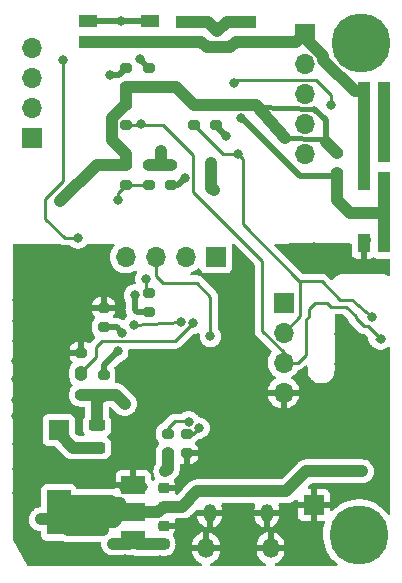
<source format=gbr>
%TF.GenerationSoftware,KiCad,Pcbnew,(6.0.0)*%
%TF.CreationDate,2022-01-25T23:20:27+01:00*%
%TF.ProjectId,esp-temp-thingi-pcb,6573702d-7465-46d7-902d-7468696e6769,rev?*%
%TF.SameCoordinates,Original*%
%TF.FileFunction,Copper,L2,Bot*%
%TF.FilePolarity,Positive*%
%FSLAX46Y46*%
G04 Gerber Fmt 4.6, Leading zero omitted, Abs format (unit mm)*
G04 Created by KiCad (PCBNEW (6.0.0)) date 2022-01-25 23:20:27*
%MOMM*%
%LPD*%
G01*
G04 APERTURE LIST*
G04 Aperture macros list*
%AMRoundRect*
0 Rectangle with rounded corners*
0 $1 Rounding radius*
0 $2 $3 $4 $5 $6 $7 $8 $9 X,Y pos of 4 corners*
0 Add a 4 corners polygon primitive as box body*
4,1,4,$2,$3,$4,$5,$6,$7,$8,$9,$2,$3,0*
0 Add four circle primitives for the rounded corners*
1,1,$1+$1,$2,$3*
1,1,$1+$1,$4,$5*
1,1,$1+$1,$6,$7*
1,1,$1+$1,$8,$9*
0 Add four rect primitives between the rounded corners*
20,1,$1+$1,$2,$3,$4,$5,0*
20,1,$1+$1,$4,$5,$6,$7,0*
20,1,$1+$1,$6,$7,$8,$9,0*
20,1,$1+$1,$8,$9,$2,$3,0*%
G04 Aperture macros list end*
%TA.AperFunction,ComponentPad*%
%ADD10R,1.700000X1.700000*%
%TD*%
%TA.AperFunction,ComponentPad*%
%ADD11O,1.700000X1.700000*%
%TD*%
%TA.AperFunction,ComponentPad*%
%ADD12O,1.350000X1.700000*%
%TD*%
%TA.AperFunction,ComponentPad*%
%ADD13O,1.100000X1.500000*%
%TD*%
%TA.AperFunction,ComponentPad*%
%ADD14C,5.000000*%
%TD*%
%TA.AperFunction,SMDPad,CuDef*%
%ADD15R,1.000000X1.550000*%
%TD*%
%TA.AperFunction,SMDPad,CuDef*%
%ADD16RoundRect,0.243750X-0.456250X0.243750X-0.456250X-0.243750X0.456250X-0.243750X0.456250X0.243750X0*%
%TD*%
%TA.AperFunction,SMDPad,CuDef*%
%ADD17R,1.550000X1.000000*%
%TD*%
%TA.AperFunction,SMDPad,CuDef*%
%ADD18RoundRect,0.200000X0.275000X-0.200000X0.275000X0.200000X-0.275000X0.200000X-0.275000X-0.200000X0*%
%TD*%
%TA.AperFunction,SMDPad,CuDef*%
%ADD19RoundRect,0.200000X-0.275000X0.200000X-0.275000X-0.200000X0.275000X-0.200000X0.275000X0.200000X0*%
%TD*%
%TA.AperFunction,SMDPad,CuDef*%
%ADD20RoundRect,0.225000X0.250000X-0.225000X0.250000X0.225000X-0.250000X0.225000X-0.250000X-0.225000X0*%
%TD*%
%TA.AperFunction,SMDPad,CuDef*%
%ADD21R,2.000000X1.500000*%
%TD*%
%TA.AperFunction,SMDPad,CuDef*%
%ADD22R,2.000000X3.800000*%
%TD*%
%TA.AperFunction,ViaPad*%
%ADD23C,0.800000*%
%TD*%
%TA.AperFunction,Conductor*%
%ADD24C,1.000000*%
%TD*%
%TA.AperFunction,Conductor*%
%ADD25C,0.400000*%
%TD*%
%TA.AperFunction,Conductor*%
%ADD26C,0.500000*%
%TD*%
%TA.AperFunction,Conductor*%
%ADD27C,0.250000*%
%TD*%
G04 APERTURE END LIST*
D10*
%TO.P,J5,1,Pin_1*%
%TO.N,+3V3*%
X162560000Y-95895000D03*
D11*
%TO.P,J5,2,Pin_2*%
%TO.N,SDI*%
X162560000Y-98435000D03*
%TO.P,J5,3,Pin_3*%
%TO.N,SCK*%
X162560000Y-100975000D03*
%TO.P,J5,4,Pin_4*%
%TO.N,GND*%
X162560000Y-103515000D03*
%TD*%
D12*
%TO.P,J6,6,Shield*%
%TO.N,GND*%
X155995000Y-116685000D03*
D13*
X161145000Y-113685000D03*
X156305000Y-113685000D03*
D12*
X161455000Y-116685000D03*
%TD*%
D10*
%TO.P,J1,1,Pin_1*%
%TO.N,Net-(J1-Pad1)*%
X156835000Y-92075000D03*
D11*
%TO.P,J1,2,Pin_2*%
%TO.N,Net-(J1-Pad2)*%
X154295000Y-92075000D03*
%TO.P,J1,3,Pin_3*%
%TO.N,BAT_CHARGE*%
X151755000Y-92075000D03*
%TO.P,J1,4,Pin_4*%
%TO.N,Net-(J1-Pad4)*%
X149215000Y-92075000D03*
%TD*%
D10*
%TO.P,J2,1,Pin_1*%
%TO.N,Net-(F1-Pad2)*%
X143510000Y-106680000D03*
%TD*%
D14*
%TO.P,REF\u002A\u002A,1*%
%TO.N,N/C*%
X169113200Y-73964800D03*
%TD*%
D10*
%TO.P,J7,1,Pin_1*%
%TO.N,GND*%
X164338000Y-73126600D03*
D11*
%TO.P,J7,2,Pin_2*%
%TO.N,CTS*%
X164338000Y-75666600D03*
%TO.P,J7,3,Pin_3*%
%TO.N,unconnected-(J7-Pad3)*%
X164338000Y-78206600D03*
%TO.P,J7,4,Pin_4*%
%TO.N,TXD*%
X164338000Y-80746600D03*
%TO.P,J7,5,Pin_5*%
%TO.N,RXD*%
X164338000Y-83286600D03*
%TD*%
D10*
%TO.P,J4,1,Pin_1*%
%TO.N,Net-(J4-Pad1)*%
X141274800Y-82006600D03*
D11*
%TO.P,J4,2,Pin_2*%
%TO.N,Net-(J4-Pad2)*%
X141274800Y-79466600D03*
%TO.P,J4,3,Pin_3*%
%TO.N,Net-(J4-Pad3)*%
X141274800Y-76926600D03*
%TO.P,J4,4,Pin_4*%
%TO.N,Net-(J4-Pad4)*%
X141274800Y-74386600D03*
%TD*%
D14*
%TO.P,,1*%
%TO.N,N/C*%
X168910000Y-115570000D03*
%TD*%
D10*
%TO.P,J3,1,Pin_1*%
%TO.N,GND*%
X165100000Y-113030000D03*
%TD*%
D15*
%TO.P,SW1,1,1*%
%TO.N,BTN_2*%
X171030000Y-78020000D03*
X171030000Y-83270000D03*
%TO.P,SW1,2,2*%
%TO.N,GND*%
X169330000Y-83270000D03*
X169330000Y-78020000D03*
%TD*%
D16*
%TO.P,F1,1*%
%TO.N,+BATT*%
X146761200Y-106299000D03*
%TO.P,F1,2*%
%TO.N,Net-(F1-Pad2)*%
X146761200Y-108174000D03*
%TD*%
D17*
%TO.P,SW3,1,1*%
%TO.N,BOOT0*%
X159470000Y-72116200D03*
X154220000Y-72116200D03*
%TO.P,SW3,2,2*%
%TO.N,GND*%
X154220000Y-73816200D03*
X159470000Y-73816200D03*
%TD*%
D18*
%TO.P,R9,1*%
%TO.N,+BATT*%
X145415000Y-103695000D03*
%TO.P,R9,2*%
%TO.N,Net-(R10-Pad1)*%
X145415000Y-102045000D03*
%TD*%
D19*
%TO.P,R12,1*%
%TO.N,Net-(R12-Pad1)*%
X154355800Y-106998000D03*
%TO.P,R12,2*%
%TO.N,GND*%
X154355800Y-108648000D03*
%TD*%
%TO.P,R20,1*%
%TO.N,+3V3*%
X154940000Y-79185000D03*
%TO.P,R20,2*%
%TO.N,SDI*%
X154940000Y-80835000D03*
%TD*%
D18*
%TO.P,R8,1*%
%TO.N,Net-(Q1-Pad2)*%
X147320000Y-97980000D03*
%TO.P,R8,2*%
%TO.N,GND*%
X147320000Y-96330000D03*
%TD*%
D15*
%TO.P,SW2,1,1*%
%TO.N,BTN_1*%
X171030000Y-85640000D03*
X171030000Y-90890000D03*
%TO.P,SW2,2,2*%
%TO.N,GND*%
X169330000Y-90890000D03*
X169330000Y-85640000D03*
%TD*%
D19*
%TO.P,R21,1*%
%TO.N,+3V3*%
X149225000Y-79185000D03*
%TO.P,R21,2*%
%TO.N,SCK*%
X149225000Y-80835000D03*
%TD*%
D17*
%TO.P,SW4,1,1*%
%TO.N,RST*%
X151215000Y-72098800D03*
X145965000Y-72098800D03*
%TO.P,SW4,2,2*%
%TO.N,GND*%
X145965000Y-73798800D03*
X151215000Y-73798800D03*
%TD*%
D19*
%TO.P,R16,1*%
%TO.N,+3V3*%
X167106600Y-83249000D03*
%TO.P,R16,2*%
%TO.N,BTN_1*%
X167106600Y-84899000D03*
%TD*%
D18*
%TO.P,R7,1*%
%TO.N,+3V3*%
X151130000Y-77660000D03*
%TO.P,R7,2*%
%TO.N,RST*%
X151130000Y-76010000D03*
%TD*%
%TO.P,R10,1*%
%TO.N,Net-(R10-Pad1)*%
X145415000Y-101790000D03*
%TO.P,R10,2*%
%TO.N,GND*%
X145415000Y-100140000D03*
%TD*%
D20*
%TO.P,C7,1*%
%TO.N,+3V3*%
X152400000Y-113170000D03*
%TO.P,C7,2*%
%TO.N,GND*%
X152400000Y-111620000D03*
%TD*%
D19*
%TO.P,R5,1*%
%TO.N,EN_BUCK_MC*%
X151130000Y-95060000D03*
%TO.P,R5,2*%
%TO.N,Net-(Q1-Pad1)*%
X151130000Y-96710000D03*
%TD*%
D18*
%TO.P,R6,1*%
%TO.N,+5V*%
X152755600Y-108648000D03*
%TO.P,R6,2*%
%TO.N,Net-(R6-Pad2)*%
X152755600Y-106998000D03*
%TD*%
D20*
%TO.P,C6,1*%
%TO.N,+5V*%
X152400000Y-116345000D03*
%TO.P,C6,2*%
%TO.N,GND*%
X152400000Y-114795000D03*
%TD*%
D18*
%TO.P,R2,1*%
%TO.N,Net-(R1-Pad2)*%
X151130000Y-85915000D03*
%TO.P,R2,2*%
%TO.N,GND*%
X151130000Y-84265000D03*
%TD*%
D19*
%TO.P,R11,1*%
%TO.N,+3V3*%
X156845000Y-79185000D03*
%TO.P,R11,2*%
%TO.N,BOOT0*%
X156845000Y-80835000D03*
%TD*%
D18*
%TO.P,R4,1*%
%TO.N,+BATT*%
X147320000Y-103695000D03*
%TO.P,R4,2*%
%TO.N,EN_BUCK*%
X147320000Y-102045000D03*
%TD*%
D19*
%TO.P,R1,1*%
%TO.N,+3V3*%
X149225000Y-84265000D03*
%TO.P,R1,2*%
%TO.N,Net-(R1-Pad2)*%
X149225000Y-85915000D03*
%TD*%
D21*
%TO.P,U3,1,GND*%
%TO.N,GND*%
X149835000Y-111365000D03*
D22*
%TO.P,U3,2,VO*%
%TO.N,+3V3*%
X143535000Y-113665000D03*
D21*
X149835000Y-113665000D03*
%TO.P,U3,3,VI*%
%TO.N,+5V*%
X149835000Y-115965000D03*
%TD*%
D18*
%TO.P,R13,1*%
%TO.N,Net-(J4-Pad1)*%
X153035000Y-85915000D03*
%TO.P,R13,2*%
%TO.N,GND*%
X153035000Y-84265000D03*
%TD*%
%TO.P,R3,1*%
%TO.N,+3V3*%
X149225000Y-77660000D03*
%TO.P,R3,2*%
%TO.N,Net-(R3-Pad2)*%
X149225000Y-76010000D03*
%TD*%
D23*
%TO.N,+5V*%
X152550100Y-110187500D03*
X148132800Y-116306600D03*
%TO.N,GND*%
X139928600Y-100888800D03*
X170764200Y-111912400D03*
X157861000Y-115646200D03*
X151942800Y-103352600D03*
X159613600Y-97713800D03*
X139928600Y-102362000D03*
X151917400Y-102057200D03*
X163449000Y-116052600D03*
X164896800Y-105943400D03*
X139954000Y-112039400D03*
X147040600Y-92252800D03*
X169265600Y-105333800D03*
X142925800Y-103530400D03*
X157861000Y-117017800D03*
X153670000Y-102870000D03*
X150672800Y-101701600D03*
X165100000Y-91211400D03*
X158750000Y-115646200D03*
X159232600Y-94691200D03*
X153873200Y-116433600D03*
X159588200Y-102362000D03*
X149199600Y-107772200D03*
X159588200Y-100888800D03*
X153797000Y-115443000D03*
X142392400Y-117170200D03*
X157099000Y-103962200D03*
X162788600Y-105892600D03*
X151155400Y-102666800D03*
X139928600Y-104140000D03*
X159232600Y-93395800D03*
X149733000Y-111531400D03*
X165100000Y-92049600D03*
X150926800Y-104038400D03*
X148818600Y-106654600D03*
X171094400Y-101600000D03*
X159613600Y-99187000D03*
X154940000Y-101600000D03*
X159639000Y-117017800D03*
X151917400Y-101041200D03*
X140055600Y-114477800D03*
X145669000Y-110718600D03*
X143484600Y-95732600D03*
X140716000Y-116230400D03*
X140004800Y-95681800D03*
X169443400Y-90601800D03*
X167259000Y-98602800D03*
X140004800Y-107873800D03*
X158750000Y-117017800D03*
X142925800Y-102285800D03*
X151968200Y-104343200D03*
X145973800Y-109677200D03*
X170256200Y-105333800D03*
X139928600Y-105537000D03*
X142900400Y-104444800D03*
X167309800Y-99974400D03*
X142925800Y-100990400D03*
X165074600Y-117678200D03*
X149072600Y-111582200D03*
X163652200Y-105867200D03*
X162204400Y-110032800D03*
X143027400Y-97282000D03*
X166166800Y-103098600D03*
X158216600Y-103987600D03*
X160629600Y-110032800D03*
X170688000Y-106705400D03*
X143941800Y-117068600D03*
X167665400Y-112090200D03*
X161010600Y-105867200D03*
X168681400Y-101574600D03*
X153670000Y-101600000D03*
X142976600Y-98298000D03*
X147167600Y-117779800D03*
X158978600Y-109982000D03*
X156413200Y-84074000D03*
X158267400Y-102387400D03*
X153746200Y-114655600D03*
X154940000Y-102870000D03*
X150114000Y-108686600D03*
X144246600Y-92100400D03*
X143281400Y-91490800D03*
X165100000Y-92887800D03*
X139954000Y-110032800D03*
X152120600Y-117678200D03*
X159512000Y-105841800D03*
X167233600Y-101117400D03*
X151104600Y-100457000D03*
X144780000Y-117779800D03*
X145770600Y-91694000D03*
X143357600Y-109524800D03*
X166039800Y-106502200D03*
X163372800Y-117703600D03*
X157073600Y-102387400D03*
X157759400Y-94767400D03*
X139979400Y-97434400D03*
X153898600Y-117551200D03*
X165049200Y-116078000D03*
X152196800Y-83032600D03*
X142646400Y-92329000D03*
X169330000Y-84441400D03*
X145059400Y-97358200D03*
X142951200Y-99542600D03*
X159588200Y-103962200D03*
X156641800Y-86410800D03*
X157251400Y-110007400D03*
X143967200Y-97358200D03*
X150647400Y-111556800D03*
X159639000Y-115646200D03*
X163550600Y-91795600D03*
X143256000Y-110515400D03*
X149123400Y-117652800D03*
X139979400Y-99161600D03*
X145491200Y-95885000D03*
%TO.N,+3V3*%
X166166800Y-82321400D03*
X169189400Y-110185200D03*
X142011400Y-114249200D03*
X143665000Y-87335000D03*
%TO.N,+BATT*%
X149123400Y-104470200D03*
%TO.N,BAT_CHARGE*%
X156362400Y-98755200D03*
%TO.N,SDI*%
X158673800Y-83362800D03*
X170027600Y-97155000D03*
%TO.N,SCK*%
X170764200Y-98983800D03*
X150444200Y-80797400D03*
%TO.N,Net-(J4-Pad1)*%
X154190100Y-85335000D03*
%TO.N,EN_BUCK*%
X149860000Y-97790000D03*
X148513800Y-100025200D03*
X153898600Y-97586800D03*
%TO.N,Net-(R1-Pad2)*%
X148513800Y-87198200D03*
%TO.N,Net-(R3-Pad2)*%
X147828000Y-76631800D03*
%TO.N,EN_BUCK_MC*%
X150901400Y-93903800D03*
%TO.N,Net-(R6-Pad2)*%
X154533600Y-105994200D03*
%TO.N,RST*%
X150368000Y-75285600D03*
X148756000Y-72098800D03*
%TO.N,Net-(R10-Pad1)*%
X154895158Y-97663458D03*
%TO.N,BOOT0*%
X157657800Y-81788000D03*
X156946600Y-72923400D03*
%TO.N,Net-(R12-Pad1)*%
X155397200Y-106527600D03*
%TO.N,BTN_1*%
X158978600Y-80284500D03*
%TO.N,BTN_2*%
X158394400Y-77343000D03*
X171030000Y-80760200D03*
X166547800Y-79197200D03*
%TO.N,BAT*%
X145161000Y-90424000D03*
X143891000Y-75336400D03*
%TO.N,Net-(Q1-Pad1)*%
X149936200Y-95275400D03*
%TO.N,Net-(Q1-Pad2)*%
X148869400Y-98437100D03*
%TD*%
D24*
%TO.N,+5V*%
X150215000Y-116345000D02*
X149835000Y-115965000D01*
X152755600Y-109982000D02*
X152550100Y-110187500D01*
X152755600Y-108648000D02*
X152755600Y-109982000D01*
X152400000Y-116345000D02*
X150215000Y-116345000D01*
X148132800Y-116306600D02*
X149493400Y-116306600D01*
X149493400Y-116306600D02*
X149835000Y-115965000D01*
%TO.N,GND*%
X158013400Y-74295000D02*
X158492200Y-73816200D01*
X152159200Y-83070200D02*
X152196800Y-83032600D01*
X164338000Y-73475259D02*
X165913689Y-75050948D01*
X168596400Y-78020000D02*
X169330000Y-78020000D01*
X169330000Y-84441400D02*
X169330000Y-85640000D01*
X165913689Y-75050948D02*
X165913689Y-75337289D01*
X153035000Y-84265000D02*
X152159200Y-84265000D01*
X145965000Y-73798800D02*
X151215000Y-73798800D01*
X169330000Y-90715200D02*
X169443400Y-90601800D01*
X158492200Y-73816200D02*
X159470000Y-73816200D01*
X154220000Y-73816200D02*
X155553400Y-73816200D01*
X156032200Y-74295000D02*
X158013400Y-74295000D01*
X156413200Y-86182200D02*
X156641800Y-86410800D01*
X159470000Y-73816200D02*
X163648400Y-73816200D01*
X163648400Y-73816200D02*
X164338000Y-73126600D01*
X165913689Y-75337289D02*
X168596400Y-78020000D01*
X154202600Y-73798800D02*
X154220000Y-73816200D01*
X169330000Y-83270000D02*
X169330000Y-84441400D01*
X151215000Y-73798800D02*
X154202600Y-73798800D01*
X155553400Y-73816200D02*
X156032200Y-74295000D01*
X156413200Y-84074000D02*
X156413200Y-86182200D01*
X164338000Y-73126600D02*
X164338000Y-73475259D01*
X152159200Y-84265000D02*
X151130000Y-84265000D01*
X152159200Y-84265000D02*
X152159200Y-83070200D01*
X169330000Y-78020000D02*
X169330000Y-83270000D01*
X169330000Y-90890000D02*
X169330000Y-90715200D01*
%TO.N,+3V3*%
X149225000Y-79185000D02*
X149127887Y-79185000D01*
X164490400Y-110185200D02*
X169189400Y-110185200D01*
X148386800Y-112903000D02*
X148742400Y-112903000D01*
X142950800Y-114249200D02*
X143535000Y-113665000D01*
X149127887Y-79185000D02*
X148050480Y-80262407D01*
X149225000Y-83286600D02*
X149225000Y-84265000D01*
D25*
X165709600Y-82092800D02*
X162687000Y-81965800D01*
D24*
X149225000Y-84265000D02*
X146735000Y-84265000D01*
X146735000Y-84265000D02*
X143665000Y-87335000D01*
D26*
X165125400Y-79476600D02*
X166166800Y-80441800D01*
D24*
X149225000Y-79185000D02*
X149225000Y-77660000D01*
X149835000Y-113665000D02*
X151905000Y-113665000D01*
X162788600Y-111887000D02*
X164490400Y-110185200D01*
X167106600Y-83249000D02*
X167094400Y-83249000D01*
X148259800Y-113030000D02*
X148386800Y-112903000D01*
X155244800Y-111887000D02*
X162788600Y-111887000D01*
X148050480Y-82112080D02*
X149225000Y-83286600D01*
X143535000Y-113665000D02*
X149835000Y-113665000D01*
D27*
X160381711Y-79381111D02*
X160185600Y-79185000D01*
D24*
X151905000Y-113665000D02*
X152400000Y-113170000D01*
X151130000Y-77660000D02*
X153415000Y-77660000D01*
X143535000Y-113665000D02*
X143535000Y-114401200D01*
X152400000Y-113170000D02*
X153961800Y-113170000D01*
X160185600Y-79185000D02*
X162687000Y-81965800D01*
D25*
X165125400Y-79476600D02*
X160381711Y-79381111D01*
D24*
X144068800Y-114503200D02*
X148183600Y-114503200D01*
X143535000Y-113665000D02*
X143535000Y-113335200D01*
X153415000Y-77660000D02*
X154940000Y-79185000D01*
X153961800Y-113170000D02*
X155244800Y-111887000D01*
X148183600Y-114503200D02*
X148386800Y-114300000D01*
X144195800Y-112674400D02*
X147904200Y-112674400D01*
X143535000Y-113969400D02*
X144068800Y-114503200D01*
X144297400Y-115163600D02*
X147269200Y-115163600D01*
X149225000Y-77660000D02*
X151130000Y-77660000D01*
X147904200Y-112674400D02*
X148259800Y-113030000D01*
X167094400Y-83249000D02*
X166166800Y-82321400D01*
X156845000Y-79185000D02*
X160185600Y-79185000D01*
D26*
X166166800Y-80441800D02*
X166166800Y-82321400D01*
D24*
X143535000Y-113665000D02*
X143535000Y-113969400D01*
X143535000Y-114401200D02*
X144297400Y-115163600D01*
X154940000Y-79185000D02*
X156845000Y-79185000D01*
X143535000Y-113335200D02*
X144195800Y-112674400D01*
D27*
X166166800Y-82321400D02*
X165709600Y-82092800D01*
D24*
X142011400Y-114249200D02*
X142950800Y-114249200D01*
X148050480Y-80262407D02*
X148050480Y-82112080D01*
%TO.N,+BATT*%
X148348200Y-103695000D02*
X149123400Y-104470200D01*
X147320000Y-103695000D02*
X148348200Y-103695000D01*
X146761200Y-104253800D02*
X147320000Y-103695000D01*
X146761200Y-106299000D02*
X146761200Y-104253800D01*
X145415000Y-103695000D02*
X147320000Y-103695000D01*
%TO.N,Net-(F1-Pad2)*%
X143510000Y-106680000D02*
X143510000Y-106959400D01*
X143510000Y-106959400D02*
X144724600Y-108174000D01*
X144724600Y-108174000D02*
X146761200Y-108174000D01*
D27*
%TO.N,BAT_CHARGE*%
X151755000Y-93665200D02*
X151755000Y-92075000D01*
X152323800Y-94234000D02*
X151755000Y-93665200D01*
X156362400Y-98755200D02*
X156362400Y-95402400D01*
X156362400Y-95402400D02*
X155194000Y-94234000D01*
X155194000Y-94234000D02*
X152323800Y-94234000D01*
%TO.N,SDI*%
X167360600Y-95681800D02*
X165773100Y-94094300D01*
X162560000Y-98435000D02*
X163931600Y-97063400D01*
X163931600Y-94132400D02*
X163893500Y-94094300D01*
X168376600Y-95681800D02*
X167360600Y-95681800D01*
X163893500Y-94094300D02*
X159080200Y-89281000D01*
X157467800Y-83362800D02*
X154940000Y-80835000D01*
X170027600Y-97155000D02*
X168376600Y-95681800D01*
X158673800Y-83362800D02*
X157467800Y-83362800D01*
X165773100Y-94094300D02*
X163893500Y-94094300D01*
X159080200Y-89281000D02*
X159080200Y-84937600D01*
X159080200Y-84937600D02*
X159080200Y-83769200D01*
X159080200Y-83769200D02*
X158673800Y-83362800D01*
X163931600Y-97063400D02*
X163931600Y-94132400D01*
%TO.N,SCK*%
X168656000Y-97078800D02*
X167817800Y-96240600D01*
X162560000Y-100975000D02*
X162560000Y-100096010D01*
X164744400Y-97028000D02*
X164414200Y-97358200D01*
X160731200Y-98267210D02*
X160731200Y-92379800D01*
X154914600Y-86563200D02*
X154914600Y-83413600D01*
X168656000Y-97231200D02*
X168656000Y-97078800D01*
X164414200Y-97358200D02*
X164414200Y-100304600D01*
X152336000Y-80835000D02*
X149225000Y-80835000D01*
X164414200Y-100304600D02*
X163743800Y-100975000D01*
X169341800Y-97917000D02*
X168656000Y-97231200D01*
X163743800Y-100975000D02*
X162560000Y-100975000D01*
X169697400Y-97917000D02*
X169341800Y-97917000D01*
X166547800Y-96240600D02*
X166243000Y-95935800D01*
X164744400Y-96443800D02*
X164744400Y-97028000D01*
X167817800Y-96240600D02*
X166547800Y-96240600D01*
X166243000Y-95935800D02*
X165252400Y-95935800D01*
X160731200Y-92379800D02*
X154914600Y-86563200D01*
X154914600Y-83413600D02*
X152336000Y-80835000D01*
X170764200Y-98983800D02*
X170357800Y-98983800D01*
X170764200Y-98983800D02*
X169697400Y-97917000D01*
X165252400Y-95935800D02*
X164744400Y-96443800D01*
X162560000Y-100096010D02*
X160731200Y-98267210D01*
D26*
%TO.N,Net-(J4-Pad1)*%
X153035000Y-85915000D02*
X153610100Y-85915000D01*
X153610100Y-85915000D02*
X154190100Y-85335000D01*
%TO.N,EN_BUCK*%
X147320000Y-101219000D02*
X147320000Y-102045000D01*
X148513800Y-100025200D02*
X147320000Y-101219000D01*
D27*
X153898600Y-97586800D02*
X149860000Y-97790000D01*
%TO.N,Net-(R1-Pad2)*%
X148513800Y-87198200D02*
X148513800Y-86626200D01*
X151130000Y-85915000D02*
X149225000Y-85915000D01*
X148513800Y-86626200D02*
X149225000Y-85915000D01*
D26*
%TO.N,Net-(R3-Pad2)*%
X147828000Y-76631800D02*
X148603200Y-76631800D01*
X148603200Y-76631800D02*
X149225000Y-76010000D01*
D27*
%TO.N,EN_BUCK_MC*%
X150901400Y-93903800D02*
X150901400Y-94831400D01*
X150901400Y-94831400D02*
X151130000Y-95060000D01*
%TO.N,Net-(R6-Pad2)*%
X154533600Y-105994200D02*
X154533600Y-105943400D01*
X154533600Y-105943400D02*
X153365200Y-105943400D01*
X153365200Y-105943400D02*
X152755600Y-106553000D01*
X152755600Y-106553000D02*
X152755600Y-106998000D01*
D26*
%TO.N,RST*%
X151215000Y-72098800D02*
X145965000Y-72098800D01*
X151092400Y-76010000D02*
X151130000Y-76010000D01*
X150368000Y-75285600D02*
X151092400Y-76010000D01*
D27*
%TO.N,Net-(R10-Pad1)*%
X154895158Y-97663458D02*
X153397016Y-99161600D01*
X146710400Y-100494600D02*
X145415000Y-101790000D01*
X146710400Y-99669600D02*
X146710400Y-100494600D01*
D24*
X145415000Y-102045000D02*
X145415000Y-101790000D01*
D27*
X153397016Y-99161600D02*
X147218400Y-99161600D01*
X147218400Y-99161600D02*
X146710400Y-99669600D01*
D24*
%TO.N,BOOT0*%
X157753800Y-72116200D02*
X159470000Y-72116200D01*
X156946600Y-72923400D02*
X157753800Y-72116200D01*
X156946600Y-72923400D02*
X156139400Y-72116200D01*
D26*
X156845000Y-80835000D02*
X156845000Y-80975200D01*
X156845000Y-80975200D02*
X157657800Y-81788000D01*
D24*
X156139400Y-72116200D02*
X154220000Y-72116200D01*
D27*
%TO.N,Net-(R12-Pad1)*%
X154926800Y-106998000D02*
X155397200Y-106527600D01*
X154355800Y-106998000D02*
X154926800Y-106998000D01*
D26*
%TO.N,BTN_1*%
X166788600Y-85217000D02*
X167106600Y-84899000D01*
D24*
X167106600Y-84899000D02*
X167106600Y-87249000D01*
X170864000Y-88290400D02*
X171030000Y-88456400D01*
X171030000Y-88456400D02*
X171030000Y-90890000D01*
X168148000Y-88290400D02*
X170864000Y-88290400D01*
X167106600Y-87249000D02*
X168148000Y-88290400D01*
D26*
X163931600Y-85217000D02*
X166788600Y-85217000D01*
D24*
X171030000Y-85640000D02*
X171030000Y-88456400D01*
D26*
X158999100Y-80284500D02*
X163931600Y-85217000D01*
X158978600Y-80284500D02*
X158999100Y-80284500D01*
D27*
%TO.N,BTN_2*%
X158394400Y-77343000D02*
X158705311Y-77032089D01*
X158705311Y-77032089D02*
X165271689Y-77032089D01*
X166547800Y-78308200D02*
X166547800Y-79197200D01*
D24*
X171030000Y-80760200D02*
X171030000Y-83270000D01*
X171030000Y-78020000D02*
X171030000Y-80760200D01*
D27*
X165271689Y-77032089D02*
X166547800Y-78308200D01*
%TO.N,BAT*%
X144018000Y-90424000D02*
X145161000Y-90424000D01*
X143891000Y-85623400D02*
X142392400Y-87122000D01*
X142392400Y-88798400D02*
X144018000Y-90424000D01*
X142392400Y-87122000D02*
X142392400Y-88798400D01*
X143891000Y-75336400D02*
X143891000Y-85623400D01*
D26*
%TO.N,Net-(Q1-Pad1)*%
X149936200Y-95275400D02*
X149936200Y-96494600D01*
X149936200Y-96494600D02*
X150151600Y-96710000D01*
X150151600Y-96710000D02*
X151130000Y-96710000D01*
%TO.N,Net-(Q1-Pad2)*%
X147320000Y-97980000D02*
X148412300Y-97980000D01*
X148412300Y-97980000D02*
X148869400Y-98437100D01*
%TD*%
%TA.AperFunction,Conductor*%
%TO.N,GND*%
G36*
X158383997Y-90932662D02*
G01*
X158405222Y-90949726D01*
X160060795Y-92605299D01*
X160094821Y-92667611D01*
X160097700Y-92694394D01*
X160097700Y-98188443D01*
X160097173Y-98199626D01*
X160095498Y-98207119D01*
X160095747Y-98215045D01*
X160095747Y-98215046D01*
X160097638Y-98275196D01*
X160097700Y-98279155D01*
X160097700Y-98307066D01*
X160098197Y-98311000D01*
X160098197Y-98311001D01*
X160098205Y-98311066D01*
X160099138Y-98322903D01*
X160100527Y-98367099D01*
X160105334Y-98383644D01*
X160106178Y-98386549D01*
X160110187Y-98405910D01*
X160112726Y-98426007D01*
X160115645Y-98433378D01*
X160115645Y-98433380D01*
X160129004Y-98467122D01*
X160132849Y-98478352D01*
X160141491Y-98508098D01*
X160145182Y-98520803D01*
X160149215Y-98527622D01*
X160149217Y-98527627D01*
X160155493Y-98538238D01*
X160164188Y-98555986D01*
X160171648Y-98574827D01*
X160176310Y-98581243D01*
X160176310Y-98581244D01*
X160197636Y-98610597D01*
X160204152Y-98620517D01*
X160226658Y-98658572D01*
X160240979Y-98672893D01*
X160253819Y-98687926D01*
X160265728Y-98704317D01*
X160271834Y-98709368D01*
X160299805Y-98732508D01*
X160308584Y-98740498D01*
X161503735Y-99935649D01*
X161537761Y-99997961D01*
X161532696Y-100068776D01*
X161507320Y-100109268D01*
X161507457Y-100109379D01*
X161506542Y-100110509D01*
X161505741Y-100111787D01*
X161504207Y-100113392D01*
X161504197Y-100113404D01*
X161500629Y-100117138D01*
X161497715Y-100121410D01*
X161497714Y-100121411D01*
X161482798Y-100143277D01*
X161374743Y-100301680D01*
X161280688Y-100504305D01*
X161220989Y-100719570D01*
X161197251Y-100941695D01*
X161210110Y-101164715D01*
X161211247Y-101169761D01*
X161211248Y-101169767D01*
X161229642Y-101251386D01*
X161259222Y-101382639D01*
X161315214Y-101520531D01*
X161339080Y-101579306D01*
X161343266Y-101589616D01*
X161374038Y-101639831D01*
X161431271Y-101733227D01*
X161459987Y-101780088D01*
X161463367Y-101783990D01*
X161474352Y-101796671D01*
X161606250Y-101948938D01*
X161778126Y-102091632D01*
X161851955Y-102134774D01*
X161900679Y-102186412D01*
X161913750Y-102256195D01*
X161887019Y-102321967D01*
X161846562Y-102355327D01*
X161838457Y-102359546D01*
X161829738Y-102365036D01*
X161659433Y-102492905D01*
X161651726Y-102499748D01*
X161504590Y-102653717D01*
X161498104Y-102661727D01*
X161378098Y-102837649D01*
X161373000Y-102846623D01*
X161283338Y-103039783D01*
X161279775Y-103049470D01*
X161224389Y-103249183D01*
X161225912Y-103257607D01*
X161238292Y-103261000D01*
X163878344Y-103261000D01*
X163891875Y-103257027D01*
X163893180Y-103247947D01*
X163851214Y-103080875D01*
X163847894Y-103071124D01*
X163762972Y-102875814D01*
X163758105Y-102866739D01*
X163642426Y-102687926D01*
X163636136Y-102679757D01*
X163492806Y-102522240D01*
X163485273Y-102515215D01*
X163318139Y-102383222D01*
X163309556Y-102377520D01*
X163272602Y-102357120D01*
X163222631Y-102306687D01*
X163207859Y-102237245D01*
X163232975Y-102170839D01*
X163260327Y-102144232D01*
X163283797Y-102127491D01*
X163439860Y-102016173D01*
X163598096Y-101858489D01*
X163657594Y-101775689D01*
X163725435Y-101681277D01*
X163728453Y-101677077D01*
X163730746Y-101672438D01*
X163733405Y-101668012D01*
X163735281Y-101669139D01*
X163777151Y-101623736D01*
X163828184Y-101608736D01*
X163827935Y-101607163D01*
X163835769Y-101605922D01*
X163843689Y-101605673D01*
X163863143Y-101600021D01*
X163882500Y-101596013D01*
X163894730Y-101594468D01*
X163894731Y-101594468D01*
X163902597Y-101593474D01*
X163909968Y-101590555D01*
X163909970Y-101590555D01*
X163943712Y-101577196D01*
X163954942Y-101573351D01*
X163989783Y-101563229D01*
X163989784Y-101563229D01*
X163997393Y-101561018D01*
X164004212Y-101556985D01*
X164004217Y-101556983D01*
X164014828Y-101550707D01*
X164032576Y-101542012D01*
X164051417Y-101534552D01*
X164087187Y-101508564D01*
X164097107Y-101502048D01*
X164128335Y-101483580D01*
X164128338Y-101483578D01*
X164135162Y-101479542D01*
X164149483Y-101465221D01*
X164164517Y-101452380D01*
X164174493Y-101445132D01*
X164180907Y-101440472D01*
X164209088Y-101406407D01*
X164217078Y-101397627D01*
X164376905Y-101237800D01*
X164439217Y-101203774D01*
X164510032Y-101208839D01*
X164566868Y-101251386D01*
X164591679Y-101317906D01*
X164592000Y-101326895D01*
X164592000Y-101550672D01*
X164590500Y-101570056D01*
X164586814Y-101593730D01*
X164587634Y-101600000D01*
X164594679Y-101680522D01*
X164604585Y-101793746D01*
X164605065Y-101799238D01*
X164656829Y-101992422D01*
X164659152Y-101997403D01*
X164659152Y-101997404D01*
X164739026Y-102168696D01*
X164739029Y-102168701D01*
X164741352Y-102173683D01*
X164744508Y-102178190D01*
X164744509Y-102178192D01*
X164845182Y-102321967D01*
X164856067Y-102337513D01*
X164997487Y-102478933D01*
X165001995Y-102482090D01*
X165001998Y-102482092D01*
X165092120Y-102545196D01*
X165161317Y-102593648D01*
X165166299Y-102595971D01*
X165166304Y-102595974D01*
X165337596Y-102675848D01*
X165342578Y-102678171D01*
X165347886Y-102679593D01*
X165347888Y-102679594D01*
X165530447Y-102728511D01*
X165530449Y-102728511D01*
X165535762Y-102729935D01*
X165735000Y-102747366D01*
X165934238Y-102729935D01*
X165939551Y-102728511D01*
X165939553Y-102728511D01*
X166122112Y-102679594D01*
X166122114Y-102679593D01*
X166127422Y-102678171D01*
X166132404Y-102675848D01*
X166303696Y-102595974D01*
X166303701Y-102595971D01*
X166308683Y-102593648D01*
X166377880Y-102545196D01*
X166468002Y-102482092D01*
X166468005Y-102482090D01*
X166472513Y-102478933D01*
X166613933Y-102337513D01*
X166624819Y-102321967D01*
X166725491Y-102178192D01*
X166725492Y-102178190D01*
X166728648Y-102173683D01*
X166730971Y-102168701D01*
X166730974Y-102168696D01*
X166810848Y-101997404D01*
X166810848Y-101997403D01*
X166813171Y-101992422D01*
X166864935Y-101799238D01*
X166865415Y-101793752D01*
X166865416Y-101793746D01*
X166878883Y-101639831D01*
X166880148Y-101629913D01*
X166881187Y-101623736D01*
X166883071Y-101612539D01*
X166883224Y-101600000D01*
X166879273Y-101572412D01*
X166878000Y-101554549D01*
X166878000Y-97208207D01*
X166879746Y-97187303D01*
X166882264Y-97172335D01*
X166883071Y-97167539D01*
X166883224Y-97155000D01*
X166881511Y-97143039D01*
X166880719Y-97136170D01*
X166869775Y-97011082D01*
X166883764Y-96941477D01*
X166933163Y-96890485D01*
X166995296Y-96874100D01*
X167503205Y-96874100D01*
X167571326Y-96894102D01*
X167592300Y-96911005D01*
X168002868Y-97321573D01*
X168035816Y-97379337D01*
X168036531Y-97382123D01*
X168037526Y-97389997D01*
X168040447Y-97397374D01*
X168040447Y-97397375D01*
X168053804Y-97431112D01*
X168057649Y-97442342D01*
X168067771Y-97477183D01*
X168069982Y-97484793D01*
X168074015Y-97491612D01*
X168074017Y-97491617D01*
X168080293Y-97502228D01*
X168088988Y-97519976D01*
X168096448Y-97538817D01*
X168101110Y-97545233D01*
X168101110Y-97545234D01*
X168122436Y-97574587D01*
X168128952Y-97584507D01*
X168151458Y-97622562D01*
X168165779Y-97636883D01*
X168178619Y-97651916D01*
X168190528Y-97668307D01*
X168196634Y-97673358D01*
X168224605Y-97696498D01*
X168233384Y-97704488D01*
X168838143Y-98309247D01*
X168845687Y-98317537D01*
X168849800Y-98324018D01*
X168855577Y-98329443D01*
X168899467Y-98370658D01*
X168902309Y-98373413D01*
X168922031Y-98393135D01*
X168925155Y-98395558D01*
X168925159Y-98395562D01*
X168925224Y-98395612D01*
X168934245Y-98403317D01*
X168966479Y-98433586D01*
X168973427Y-98437405D01*
X168973429Y-98437407D01*
X168984232Y-98443346D01*
X169000759Y-98454202D01*
X169010498Y-98461757D01*
X169010500Y-98461758D01*
X169016760Y-98466614D01*
X169057340Y-98484174D01*
X169067988Y-98489391D01*
X169071270Y-98491195D01*
X169106740Y-98510695D01*
X169114416Y-98512666D01*
X169114419Y-98512667D01*
X169126362Y-98515733D01*
X169145067Y-98522137D01*
X169163655Y-98530181D01*
X169171478Y-98531420D01*
X169171488Y-98531423D01*
X169207324Y-98537099D01*
X169218944Y-98539505D01*
X169254089Y-98548528D01*
X169261770Y-98550500D01*
X169282024Y-98550500D01*
X169301734Y-98552051D01*
X169321743Y-98555220D01*
X169329635Y-98554474D01*
X169365761Y-98551059D01*
X169377619Y-98550500D01*
X169382806Y-98550500D01*
X169450927Y-98570502D01*
X169471901Y-98587405D01*
X169690601Y-98806105D01*
X169724627Y-98868417D01*
X169725274Y-98918809D01*
X169720525Y-98943706D01*
X169730575Y-99103450D01*
X169733024Y-99110986D01*
X169733024Y-99110988D01*
X169777226Y-99247026D01*
X169780036Y-99255675D01*
X169865800Y-99390818D01*
X169982479Y-99500386D01*
X170012025Y-99516629D01*
X170044957Y-99542732D01*
X170148527Y-99657759D01*
X170148536Y-99657767D01*
X170152947Y-99662666D01*
X170158286Y-99666545D01*
X170291408Y-99763264D01*
X170307448Y-99774918D01*
X170313476Y-99777602D01*
X170313478Y-99777603D01*
X170452722Y-99839598D01*
X170481912Y-99852594D01*
X170571262Y-99871586D01*
X170662256Y-99890928D01*
X170662261Y-99890928D01*
X170668713Y-99892300D01*
X170859687Y-99892300D01*
X170866139Y-99890928D01*
X170866144Y-99890928D01*
X170957138Y-99871586D01*
X171046488Y-99852594D01*
X171075678Y-99839598D01*
X171214922Y-99777603D01*
X171214924Y-99777602D01*
X171220952Y-99774918D01*
X171236993Y-99763264D01*
X171375453Y-99662666D01*
X171376938Y-99664710D01*
X171430697Y-99638910D01*
X171501151Y-99647675D01*
X171555682Y-99693138D01*
X171577000Y-99763264D01*
X171577000Y-113734334D01*
X171556998Y-113802455D01*
X171503342Y-113848948D01*
X171433068Y-113859052D01*
X171368488Y-113829558D01*
X171349453Y-113808928D01*
X171294658Y-113734334D01*
X171232018Y-113649060D01*
X170995842Y-113394904D01*
X170732019Y-113169578D01*
X170444047Y-112976069D01*
X170279594Y-112891188D01*
X170148362Y-112823454D01*
X170135741Y-112816940D01*
X169811189Y-112694302D01*
X169807668Y-112693418D01*
X169807663Y-112693416D01*
X169611362Y-112644109D01*
X169474692Y-112609780D01*
X169446474Y-112606065D01*
X169134315Y-112564968D01*
X169134307Y-112564967D01*
X169130711Y-112564494D01*
X168986045Y-112562221D01*
X168787446Y-112559101D01*
X168787442Y-112559101D01*
X168783804Y-112559044D01*
X168780190Y-112559405D01*
X168780184Y-112559405D01*
X168553123Y-112582069D01*
X168438569Y-112593503D01*
X168099583Y-112667414D01*
X168096156Y-112668587D01*
X168096150Y-112668589D01*
X167790829Y-112773124D01*
X167771339Y-112779797D01*
X167458188Y-112929163D01*
X167164279Y-113113532D01*
X167161443Y-113115804D01*
X167161436Y-113115809D01*
X166965724Y-113272604D01*
X166893509Y-113330459D01*
X166890958Y-113333037D01*
X166673561Y-113552722D01*
X166611427Y-113587073D01*
X166540586Y-113582379D01*
X166483528Y-113540130D01*
X166458370Y-113473741D01*
X166458000Y-113464094D01*
X166458000Y-113302115D01*
X166453525Y-113286876D01*
X166452135Y-113285671D01*
X166444452Y-113284000D01*
X165372115Y-113284000D01*
X165356876Y-113288475D01*
X165355671Y-113289865D01*
X165354000Y-113297548D01*
X165354000Y-114369884D01*
X165358475Y-114385123D01*
X165359865Y-114386328D01*
X165367548Y-114387999D01*
X165957661Y-114387999D01*
X166025782Y-114408001D01*
X166072275Y-114461657D01*
X166082379Y-114531931D01*
X166077289Y-114553562D01*
X166000226Y-114786577D01*
X166000223Y-114786587D01*
X165999087Y-114790023D01*
X165998351Y-114793578D01*
X165998350Y-114793581D01*
X165933924Y-115104684D01*
X165928730Y-115129764D01*
X165928408Y-115133375D01*
X165899748Y-115454505D01*
X165897888Y-115475341D01*
X165897983Y-115478971D01*
X165897983Y-115478972D01*
X165906875Y-115818546D01*
X165906970Y-115822171D01*
X165955856Y-116165660D01*
X166043897Y-116501253D01*
X166169927Y-116824503D01*
X166171624Y-116827708D01*
X166271121Y-117015625D01*
X166332275Y-117131126D01*
X166334325Y-117134109D01*
X166334327Y-117134112D01*
X166526733Y-117414064D01*
X166526739Y-117414071D01*
X166528790Y-117417056D01*
X166756866Y-117678505D01*
X166759551Y-117680948D01*
X166969268Y-117871775D01*
X167013481Y-117912006D01*
X167087303Y-117965052D01*
X167130948Y-118021044D01*
X167137394Y-118091747D01*
X167104591Y-118154712D01*
X167042955Y-118189946D01*
X167013894Y-118193372D01*
X161951522Y-118198195D01*
X161883382Y-118178258D01*
X161836838Y-118124646D01*
X161826667Y-118054382D01*
X161856099Y-117989773D01*
X161907791Y-117953983D01*
X161961060Y-117934331D01*
X161971438Y-117929381D01*
X162148361Y-117824123D01*
X162157673Y-117817357D01*
X162312453Y-117681619D01*
X162320370Y-117673276D01*
X162447820Y-117511606D01*
X162454091Y-117501950D01*
X162549940Y-117319771D01*
X162554345Y-117309137D01*
X162615393Y-117112530D01*
X162617785Y-117101276D01*
X162634863Y-116956988D01*
X162632421Y-116942569D01*
X162619679Y-116939000D01*
X160292306Y-116939000D01*
X160277761Y-116943271D01*
X160275698Y-116955405D01*
X160286297Y-117070754D01*
X160288394Y-117082068D01*
X160344275Y-117280206D01*
X160348397Y-117290945D01*
X160439451Y-117475583D01*
X160445462Y-117485392D01*
X160568640Y-117650349D01*
X160576329Y-117658889D01*
X160727510Y-117798639D01*
X160736635Y-117805640D01*
X160910745Y-117915495D01*
X160920989Y-117920714D01*
X161009700Y-117956107D01*
X161065559Y-117999928D01*
X161088859Y-118066992D01*
X161072203Y-118136008D01*
X161020878Y-118185062D01*
X160963130Y-118199137D01*
X157984123Y-118201975D01*
X156477386Y-118203410D01*
X156409246Y-118183473D01*
X156362702Y-118129861D01*
X156352531Y-118059597D01*
X156381963Y-117994988D01*
X156433655Y-117959198D01*
X156501060Y-117934331D01*
X156511438Y-117929381D01*
X156688361Y-117824123D01*
X156697673Y-117817357D01*
X156852453Y-117681619D01*
X156860370Y-117673276D01*
X156987820Y-117511606D01*
X156994091Y-117501950D01*
X157089940Y-117319771D01*
X157094345Y-117309137D01*
X157155393Y-117112530D01*
X157157785Y-117101276D01*
X157174863Y-116956988D01*
X157172421Y-116942569D01*
X157159679Y-116939000D01*
X154832306Y-116939000D01*
X154817761Y-116943271D01*
X154815698Y-116955405D01*
X154826297Y-117070754D01*
X154828394Y-117082068D01*
X154884275Y-117280206D01*
X154888397Y-117290945D01*
X154979451Y-117475583D01*
X154985462Y-117485392D01*
X155108640Y-117650349D01*
X155116329Y-117658889D01*
X155267510Y-117798639D01*
X155276635Y-117805640D01*
X155450745Y-117915495D01*
X155460992Y-117920716D01*
X155562706Y-117961296D01*
X155618566Y-118005117D01*
X155641866Y-118072181D01*
X155625210Y-118141196D01*
X155573886Y-118190251D01*
X155516136Y-118204326D01*
X152611294Y-118207093D01*
X141101208Y-118218058D01*
X141083589Y-118216235D01*
X141077395Y-118215831D01*
X141068605Y-118213983D01*
X141059656Y-118214675D01*
X141059650Y-118214675D01*
X141054060Y-118215108D01*
X141028166Y-118214442D01*
X140964487Y-118206199D01*
X140899499Y-118177618D01*
X140870898Y-118143110D01*
X140869820Y-118141196D01*
X139978728Y-116560227D01*
X139677867Y-116026441D01*
X139661632Y-115964833D01*
X139658076Y-114242125D01*
X140998045Y-114242125D01*
X141005553Y-114324624D01*
X141014774Y-114425943D01*
X141015970Y-114439088D01*
X141017708Y-114444994D01*
X141017709Y-114444998D01*
X141043295Y-114531931D01*
X141071810Y-114628819D01*
X141074663Y-114634277D01*
X141074665Y-114634281D01*
X141122120Y-114725053D01*
X141163440Y-114804090D01*
X141287368Y-114958225D01*
X141438874Y-115085354D01*
X141444272Y-115088321D01*
X141444277Y-115088325D01*
X141526224Y-115133375D01*
X141612187Y-115180633D01*
X141618054Y-115182494D01*
X141618056Y-115182495D01*
X141794836Y-115238573D01*
X141800706Y-115240435D01*
X141914545Y-115253204D01*
X141980012Y-115280675D01*
X142020234Y-115339179D01*
X142026500Y-115378419D01*
X142026500Y-115613134D01*
X142033255Y-115675316D01*
X142084385Y-115811705D01*
X142171739Y-115928261D01*
X142288295Y-116015615D01*
X142424684Y-116066745D01*
X142486866Y-116073500D01*
X143826667Y-116073500D01*
X143887365Y-116089084D01*
X143892785Y-116092064D01*
X143892791Y-116092067D01*
X143898187Y-116095033D01*
X143903269Y-116096645D01*
X143907963Y-116099162D01*
X143996931Y-116126362D01*
X143997959Y-116126682D01*
X144086706Y-116154835D01*
X144092002Y-116155429D01*
X144097098Y-116156987D01*
X144189657Y-116166390D01*
X144190793Y-116166511D01*
X144224408Y-116170281D01*
X144237130Y-116171708D01*
X144237134Y-116171708D01*
X144240627Y-116172100D01*
X144244154Y-116172100D01*
X144245139Y-116172155D01*
X144250819Y-116172602D01*
X144280225Y-116175589D01*
X144287737Y-116176352D01*
X144287739Y-116176352D01*
X144293862Y-116176974D01*
X144339508Y-116172659D01*
X144351367Y-116172100D01*
X146994053Y-116172100D01*
X147062174Y-116192102D01*
X147108667Y-116245758D01*
X147119683Y-116297258D01*
X147119445Y-116299525D01*
X147137370Y-116496488D01*
X147139108Y-116502394D01*
X147139109Y-116502398D01*
X147154487Y-116554648D01*
X147193210Y-116686219D01*
X147196063Y-116691677D01*
X147196065Y-116691681D01*
X147238828Y-116773478D01*
X147284840Y-116861490D01*
X147408768Y-117015625D01*
X147560274Y-117142754D01*
X147565672Y-117145721D01*
X147565677Y-117145725D01*
X147708980Y-117224505D01*
X147733587Y-117238033D01*
X147739454Y-117239894D01*
X147739456Y-117239895D01*
X147870041Y-117281319D01*
X147922106Y-117297835D01*
X148076027Y-117315100D01*
X149431557Y-117315100D01*
X149445164Y-117315837D01*
X149476662Y-117319259D01*
X149476667Y-117319259D01*
X149482788Y-117319924D01*
X149509038Y-117317627D01*
X149532788Y-117315550D01*
X149537614Y-117315221D01*
X149540086Y-117315100D01*
X149543169Y-117315100D01*
X149555138Y-117313926D01*
X149585906Y-117310910D01*
X149587219Y-117310788D01*
X149631484Y-117306915D01*
X149679813Y-117302687D01*
X149684932Y-117301200D01*
X149690233Y-117300680D01*
X149754785Y-117281191D01*
X149828039Y-117281319D01*
X149903685Y-117304446D01*
X149914374Y-117307714D01*
X149915634Y-117308106D01*
X150004306Y-117336235D01*
X150009602Y-117336829D01*
X150014698Y-117338387D01*
X150107257Y-117347790D01*
X150108393Y-117347911D01*
X150142008Y-117351681D01*
X150154730Y-117353108D01*
X150154734Y-117353108D01*
X150158227Y-117353500D01*
X150161754Y-117353500D01*
X150162739Y-117353555D01*
X150168419Y-117354002D01*
X150197825Y-117356989D01*
X150205337Y-117357752D01*
X150205339Y-117357752D01*
X150211462Y-117358374D01*
X150257108Y-117354059D01*
X150268967Y-117353500D01*
X152449769Y-117353500D01*
X152452825Y-117353200D01*
X152452832Y-117353200D01*
X152511340Y-117347463D01*
X152596833Y-117339080D01*
X152602734Y-117337298D01*
X152602736Y-117337298D01*
X152662060Y-117319387D01*
X152711548Y-117304446D01*
X152734960Y-117299741D01*
X152746720Y-117298521D01*
X152794162Y-117293599D01*
X152794167Y-117293598D01*
X152801019Y-117292887D01*
X152876321Y-117267764D01*
X152956324Y-117241073D01*
X152956326Y-117241072D01*
X152963268Y-117238756D01*
X153108713Y-117148752D01*
X153123328Y-117134112D01*
X153224381Y-117032882D01*
X153229552Y-117027702D01*
X153234553Y-117019589D01*
X153315462Y-116888331D01*
X153315463Y-116888329D01*
X153319302Y-116882101D01*
X153373149Y-116719757D01*
X153374448Y-116707084D01*
X153383172Y-116621930D01*
X153383500Y-116618732D01*
X153383500Y-116597485D01*
X153389133Y-116560233D01*
X153392682Y-116548768D01*
X153406950Y-116413012D01*
X154815137Y-116413012D01*
X154817579Y-116427431D01*
X154830321Y-116431000D01*
X155722885Y-116431000D01*
X155738124Y-116426525D01*
X155739329Y-116425135D01*
X155741000Y-116417452D01*
X155741000Y-116412885D01*
X156249000Y-116412885D01*
X156253475Y-116428124D01*
X156254865Y-116429329D01*
X156262548Y-116431000D01*
X157157694Y-116431000D01*
X157172239Y-116426729D01*
X157174302Y-116414595D01*
X157174157Y-116413012D01*
X160275137Y-116413012D01*
X160277579Y-116427431D01*
X160290321Y-116431000D01*
X161182885Y-116431000D01*
X161198124Y-116426525D01*
X161199329Y-116425135D01*
X161201000Y-116417452D01*
X161201000Y-116412885D01*
X161709000Y-116412885D01*
X161713475Y-116428124D01*
X161714865Y-116429329D01*
X161722548Y-116431000D01*
X162617694Y-116431000D01*
X162632239Y-116426729D01*
X162634302Y-116414595D01*
X162623703Y-116299246D01*
X162621606Y-116287932D01*
X162565725Y-116089794D01*
X162561603Y-116079055D01*
X162470549Y-115894417D01*
X162464538Y-115884608D01*
X162341360Y-115719651D01*
X162333671Y-115711111D01*
X162182490Y-115571361D01*
X162173365Y-115564360D01*
X161999255Y-115454505D01*
X161989008Y-115449284D01*
X161797793Y-115372997D01*
X161786767Y-115369730D01*
X161726770Y-115357797D01*
X161713894Y-115358949D01*
X161709000Y-115374102D01*
X161709000Y-116412885D01*
X161201000Y-116412885D01*
X161201000Y-115371337D01*
X161197194Y-115358375D01*
X161182278Y-115356439D01*
X161153202Y-115361435D01*
X161142082Y-115364415D01*
X160948940Y-115435669D01*
X160938562Y-115440619D01*
X160761639Y-115545877D01*
X160752327Y-115552643D01*
X160597547Y-115688381D01*
X160589630Y-115696724D01*
X160462180Y-115858394D01*
X160455909Y-115868050D01*
X160360060Y-116050229D01*
X160355655Y-116060863D01*
X160294607Y-116257470D01*
X160292215Y-116268724D01*
X160275137Y-116413012D01*
X157174157Y-116413012D01*
X157163703Y-116299246D01*
X157161606Y-116287932D01*
X157105725Y-116089794D01*
X157101603Y-116079055D01*
X157010549Y-115894417D01*
X157004538Y-115884608D01*
X156881360Y-115719651D01*
X156873671Y-115711111D01*
X156722490Y-115571361D01*
X156713365Y-115564360D01*
X156539255Y-115454505D01*
X156529008Y-115449284D01*
X156337793Y-115372997D01*
X156326767Y-115369730D01*
X156266770Y-115357797D01*
X156253894Y-115358949D01*
X156249000Y-115374102D01*
X156249000Y-116412885D01*
X155741000Y-116412885D01*
X155741000Y-115371337D01*
X155737194Y-115358375D01*
X155722278Y-115356439D01*
X155693202Y-115361435D01*
X155682082Y-115364415D01*
X155488940Y-115435669D01*
X155478562Y-115440619D01*
X155301639Y-115545877D01*
X155292327Y-115552643D01*
X155137547Y-115688381D01*
X155129630Y-115696724D01*
X155002180Y-115858394D01*
X154995909Y-115868050D01*
X154900060Y-116050229D01*
X154895655Y-116060863D01*
X154834607Y-116257470D01*
X154832215Y-116268724D01*
X154815137Y-116413012D01*
X153406950Y-116413012D01*
X153413355Y-116352075D01*
X153403679Y-116245758D01*
X153395989Y-116161251D01*
X153395988Y-116161248D01*
X153395430Y-116155112D01*
X153388626Y-116131994D01*
X153383500Y-116096419D01*
X153383500Y-116071268D01*
X153382421Y-116060863D01*
X153378053Y-116018767D01*
X153372887Y-115968981D01*
X153344738Y-115884608D01*
X153321073Y-115813676D01*
X153321072Y-115813674D01*
X153318756Y-115806732D01*
X153228752Y-115661287D01*
X153223570Y-115656114D01*
X153219023Y-115650377D01*
X153220830Y-115648945D01*
X153192098Y-115596425D01*
X153197108Y-115525605D01*
X153220499Y-115489147D01*
X153219448Y-115488317D01*
X153232998Y-115471160D01*
X153315004Y-115338120D01*
X153321151Y-115324939D01*
X153370491Y-115176186D01*
X153373358Y-115162810D01*
X153382672Y-115071903D01*
X153382929Y-115066874D01*
X153378525Y-115051876D01*
X153377135Y-115050671D01*
X153369452Y-115049000D01*
X152272000Y-115049000D01*
X152203879Y-115028998D01*
X152157386Y-114975342D01*
X152146000Y-114923000D01*
X152146000Y-114739832D01*
X152166002Y-114671711D01*
X152219658Y-114625218D01*
X152236846Y-114618835D01*
X152275414Y-114607630D01*
X152275418Y-114607628D01*
X152281336Y-114605909D01*
X152286068Y-114603456D01*
X152291169Y-114601916D01*
X152296612Y-114599022D01*
X152373260Y-114558269D01*
X152374422Y-114557659D01*
X152379285Y-114555138D01*
X152437275Y-114541000D01*
X153364885Y-114541000D01*
X153380124Y-114536525D01*
X153381329Y-114535135D01*
X153383000Y-114527452D01*
X153383000Y-114524562D01*
X153382663Y-114518047D01*
X153373106Y-114425943D01*
X153370211Y-114412541D01*
X153347470Y-114344375D01*
X153344886Y-114273426D01*
X153381070Y-114212342D01*
X153444534Y-114180518D01*
X153466994Y-114178500D01*
X153899957Y-114178500D01*
X153913564Y-114179237D01*
X153945062Y-114182659D01*
X153945067Y-114182659D01*
X153951188Y-114183324D01*
X153983262Y-114180518D01*
X154001188Y-114178950D01*
X154006014Y-114178621D01*
X154008486Y-114178500D01*
X154011569Y-114178500D01*
X154023538Y-114177326D01*
X154054306Y-114174310D01*
X154055619Y-114174188D01*
X154099884Y-114170315D01*
X154148213Y-114166087D01*
X154153332Y-114164600D01*
X154158633Y-114164080D01*
X154247634Y-114137209D01*
X154248767Y-114136874D01*
X154332214Y-114112630D01*
X154332218Y-114112628D01*
X154338136Y-114110909D01*
X154342868Y-114108456D01*
X154347969Y-114106916D01*
X154353412Y-114104022D01*
X154430060Y-114063269D01*
X154431226Y-114062657D01*
X154508253Y-114022729D01*
X154513726Y-114019892D01*
X154517889Y-114016569D01*
X154522596Y-114014066D01*
X154594296Y-113955589D01*
X155248803Y-113955589D01*
X155261527Y-114085361D01*
X155263910Y-114097396D01*
X155320317Y-114284223D01*
X155324992Y-114295565D01*
X155416612Y-114467879D01*
X155423399Y-114478095D01*
X155546747Y-114629335D01*
X155555391Y-114638039D01*
X155705763Y-114762438D01*
X155715931Y-114769297D01*
X155887607Y-114862121D01*
X155898907Y-114866871D01*
X156033693Y-114908595D01*
X156047795Y-114908801D01*
X156051000Y-114902045D01*
X156051000Y-114895047D01*
X156559000Y-114895047D01*
X156562973Y-114908578D01*
X156570768Y-114909698D01*
X156697342Y-114872446D01*
X156708710Y-114867853D01*
X156881666Y-114777434D01*
X156891928Y-114770718D01*
X157044020Y-114648432D01*
X157052786Y-114639848D01*
X157178236Y-114490344D01*
X157185160Y-114480233D01*
X157279184Y-114309202D01*
X157284012Y-114297938D01*
X157343025Y-114111905D01*
X157345573Y-114099916D01*
X157361762Y-113955589D01*
X160088803Y-113955589D01*
X160101527Y-114085361D01*
X160103910Y-114097396D01*
X160160317Y-114284223D01*
X160164992Y-114295565D01*
X160256612Y-114467879D01*
X160263399Y-114478095D01*
X160386747Y-114629335D01*
X160395391Y-114638039D01*
X160545763Y-114762438D01*
X160555931Y-114769297D01*
X160727607Y-114862121D01*
X160738907Y-114866871D01*
X160873693Y-114908595D01*
X160887795Y-114908801D01*
X160891000Y-114902045D01*
X160891000Y-114895047D01*
X161399000Y-114895047D01*
X161402973Y-114908578D01*
X161410768Y-114909698D01*
X161537342Y-114872446D01*
X161548710Y-114867853D01*
X161721666Y-114777434D01*
X161731928Y-114770718D01*
X161884020Y-114648432D01*
X161892786Y-114639848D01*
X162018236Y-114490344D01*
X162025160Y-114480233D01*
X162119184Y-114309202D01*
X162124012Y-114297938D01*
X162183025Y-114111905D01*
X162185573Y-114099916D01*
X162201980Y-113953643D01*
X162198525Y-113941876D01*
X162197135Y-113940671D01*
X162189452Y-113939000D01*
X161417115Y-113939000D01*
X161401876Y-113943475D01*
X161400671Y-113944865D01*
X161399000Y-113952548D01*
X161399000Y-114895047D01*
X160891000Y-114895047D01*
X160891000Y-113957115D01*
X160886525Y-113941876D01*
X160885135Y-113940671D01*
X160877452Y-113939000D01*
X160105291Y-113939000D01*
X160090864Y-113943236D01*
X160088803Y-113955589D01*
X157361762Y-113955589D01*
X157361980Y-113953643D01*
X157358525Y-113941876D01*
X157357135Y-113940671D01*
X157349452Y-113939000D01*
X156577115Y-113939000D01*
X156561876Y-113943475D01*
X156560671Y-113944865D01*
X156559000Y-113952548D01*
X156559000Y-114895047D01*
X156051000Y-114895047D01*
X156051000Y-113957115D01*
X156046525Y-113941876D01*
X156045135Y-113940671D01*
X156037452Y-113939000D01*
X155265291Y-113939000D01*
X155250864Y-113943236D01*
X155248803Y-113955589D01*
X154594296Y-113955589D01*
X154594718Y-113955245D01*
X154595574Y-113954554D01*
X154633010Y-113924669D01*
X163742001Y-113924669D01*
X163742371Y-113931490D01*
X163747895Y-113982352D01*
X163751521Y-113997604D01*
X163796676Y-114118054D01*
X163805214Y-114133649D01*
X163881715Y-114235724D01*
X163894276Y-114248285D01*
X163996351Y-114324786D01*
X164011946Y-114333324D01*
X164132394Y-114378478D01*
X164147649Y-114382105D01*
X164198514Y-114387631D01*
X164205328Y-114388000D01*
X164827885Y-114388000D01*
X164843124Y-114383525D01*
X164844329Y-114382135D01*
X164846000Y-114374452D01*
X164846000Y-113302115D01*
X164841525Y-113286876D01*
X164840135Y-113285671D01*
X164832452Y-113284000D01*
X163760116Y-113284000D01*
X163744877Y-113288475D01*
X163743672Y-113289865D01*
X163742001Y-113297548D01*
X163742001Y-113924669D01*
X154633010Y-113924669D01*
X154634773Y-113923262D01*
X154637277Y-113920758D01*
X154637995Y-113920116D01*
X154642328Y-113916415D01*
X154675862Y-113889065D01*
X154705088Y-113853737D01*
X154713077Y-113844958D01*
X155103395Y-113454640D01*
X155165707Y-113420614D01*
X155220990Y-113424568D01*
X155221441Y-113422493D01*
X155235874Y-113425633D01*
X155236522Y-113425679D01*
X155236774Y-113425828D01*
X155260548Y-113431000D01*
X157344709Y-113431000D01*
X157359136Y-113426764D01*
X157361197Y-113414411D01*
X157348473Y-113284639D01*
X157346090Y-113272604D01*
X157289686Y-113085785D01*
X157282980Y-113069516D01*
X157275514Y-112998913D01*
X157307404Y-112935481D01*
X157368525Y-112899360D01*
X157399473Y-112895500D01*
X160050574Y-112895500D01*
X160118695Y-112915502D01*
X160165188Y-112969158D01*
X160175292Y-113039432D01*
X160167780Y-113066171D01*
X160167850Y-113066193D01*
X160167186Y-113068285D01*
X160166386Y-113071134D01*
X160165988Y-113072062D01*
X160106975Y-113258095D01*
X160104427Y-113270084D01*
X160088020Y-113416357D01*
X160091475Y-113428124D01*
X160092865Y-113429329D01*
X160100548Y-113431000D01*
X162184709Y-113431000D01*
X162199136Y-113426764D01*
X162201197Y-113414411D01*
X162188473Y-113284639D01*
X162186090Y-113272604D01*
X162129686Y-113085785D01*
X162122980Y-113069516D01*
X162115514Y-112998913D01*
X162147404Y-112935481D01*
X162208525Y-112899360D01*
X162239473Y-112895500D01*
X162726757Y-112895500D01*
X162740364Y-112896237D01*
X162771862Y-112899659D01*
X162771867Y-112899659D01*
X162777988Y-112900324D01*
X162804238Y-112898027D01*
X162827988Y-112895950D01*
X162832814Y-112895621D01*
X162835286Y-112895500D01*
X162838369Y-112895500D01*
X162850338Y-112894326D01*
X162881106Y-112891310D01*
X162882419Y-112891188D01*
X162926684Y-112887315D01*
X162975013Y-112883087D01*
X162980132Y-112881600D01*
X162985433Y-112881080D01*
X163074434Y-112854209D01*
X163075567Y-112853874D01*
X163159014Y-112829630D01*
X163159018Y-112829628D01*
X163164936Y-112827909D01*
X163169668Y-112825456D01*
X163174769Y-112823916D01*
X163180212Y-112821022D01*
X163256860Y-112780269D01*
X163258026Y-112779657D01*
X163335053Y-112739729D01*
X163340526Y-112736892D01*
X163344689Y-112733569D01*
X163349396Y-112731066D01*
X163421518Y-112672245D01*
X163422374Y-112671554D01*
X163461573Y-112640262D01*
X163464077Y-112637758D01*
X163464795Y-112637116D01*
X163469128Y-112633415D01*
X163502662Y-112606065D01*
X163518917Y-112586417D01*
X163577750Y-112546680D01*
X163648729Y-112545059D01*
X163709316Y-112582069D01*
X163740276Y-112645959D01*
X163742000Y-112666734D01*
X163742000Y-112757885D01*
X163746475Y-112773124D01*
X163747865Y-112774329D01*
X163755548Y-112776000D01*
X164827885Y-112776000D01*
X164843124Y-112771525D01*
X164844329Y-112770135D01*
X164846000Y-112762452D01*
X164846000Y-112757885D01*
X165354000Y-112757885D01*
X165358475Y-112773124D01*
X165359865Y-112774329D01*
X165367548Y-112776000D01*
X166439884Y-112776000D01*
X166455123Y-112771525D01*
X166456328Y-112770135D01*
X166457999Y-112762452D01*
X166457999Y-112135331D01*
X166457629Y-112128510D01*
X166452105Y-112077648D01*
X166448479Y-112062396D01*
X166403324Y-111941946D01*
X166394786Y-111926351D01*
X166318285Y-111824276D01*
X166305724Y-111811715D01*
X166203649Y-111735214D01*
X166188054Y-111726676D01*
X166067606Y-111681522D01*
X166052351Y-111677895D01*
X166001486Y-111672369D01*
X165994672Y-111672000D01*
X165372115Y-111672000D01*
X165356876Y-111676475D01*
X165355671Y-111677865D01*
X165354000Y-111685548D01*
X165354000Y-112757885D01*
X164846000Y-112757885D01*
X164846000Y-111690116D01*
X164841525Y-111674877D01*
X164840135Y-111673672D01*
X164832452Y-111672001D01*
X164734023Y-111672001D01*
X164665902Y-111651999D01*
X164619409Y-111598343D01*
X164609305Y-111528069D01*
X164638799Y-111463489D01*
X164644928Y-111456906D01*
X164871229Y-111230605D01*
X164933541Y-111196579D01*
X164960324Y-111193700D01*
X169239169Y-111193700D01*
X169242225Y-111193400D01*
X169242232Y-111193400D01*
X169300740Y-111187663D01*
X169386233Y-111179280D01*
X169392134Y-111177498D01*
X169392136Y-111177498D01*
X169465453Y-111155362D01*
X169575569Y-111122116D01*
X169750196Y-111029266D01*
X169846716Y-110950546D01*
X169898687Y-110908160D01*
X169898690Y-110908157D01*
X169903462Y-110904265D01*
X169912423Y-110893433D01*
X170025601Y-110756625D01*
X170025603Y-110756621D01*
X170029530Y-110751875D01*
X170123598Y-110577901D01*
X170182082Y-110388968D01*
X170182897Y-110381213D01*
X170202111Y-110198404D01*
X170202111Y-110198402D01*
X170202755Y-110192275D01*
X170188375Y-110034263D01*
X170185389Y-110001451D01*
X170185388Y-110001448D01*
X170184830Y-109995312D01*
X170181954Y-109985538D01*
X170130730Y-109811494D01*
X170128990Y-109805581D01*
X170122220Y-109792630D01*
X170040213Y-109635768D01*
X170037360Y-109630310D01*
X169913432Y-109476175D01*
X169907121Y-109470879D01*
X169868883Y-109438794D01*
X169761926Y-109349046D01*
X169756528Y-109346079D01*
X169756523Y-109346075D01*
X169594008Y-109256733D01*
X169594009Y-109256733D01*
X169588613Y-109253767D01*
X169582746Y-109251906D01*
X169582744Y-109251905D01*
X169405964Y-109195827D01*
X169405963Y-109195827D01*
X169400094Y-109193965D01*
X169246173Y-109176700D01*
X164552250Y-109176700D01*
X164538642Y-109175963D01*
X164538062Y-109175900D01*
X164501012Y-109171875D01*
X164450970Y-109176253D01*
X164446188Y-109176579D01*
X164443710Y-109176700D01*
X164440631Y-109176700D01*
X164437577Y-109176999D01*
X164437566Y-109177000D01*
X164397929Y-109180887D01*
X164396615Y-109181009D01*
X164361088Y-109184117D01*
X164303987Y-109189113D01*
X164298868Y-109190600D01*
X164293567Y-109191120D01*
X164204566Y-109217991D01*
X164203433Y-109218326D01*
X164119986Y-109242570D01*
X164119982Y-109242572D01*
X164114064Y-109244291D01*
X164109332Y-109246744D01*
X164104231Y-109248284D01*
X164098788Y-109251178D01*
X164022140Y-109291931D01*
X164020974Y-109292543D01*
X163943947Y-109332471D01*
X163938474Y-109335308D01*
X163934311Y-109338631D01*
X163929604Y-109341134D01*
X163924829Y-109345028D01*
X163924828Y-109345029D01*
X163857502Y-109399939D01*
X163856475Y-109400767D01*
X163820192Y-109429731D01*
X163820187Y-109429736D01*
X163817428Y-109431938D01*
X163814927Y-109434439D01*
X163814209Y-109435081D01*
X163809861Y-109438794D01*
X163776338Y-109466135D01*
X163772415Y-109470877D01*
X163772413Y-109470879D01*
X163747103Y-109501473D01*
X163739113Y-109510253D01*
X162407771Y-110841595D01*
X162345459Y-110875621D01*
X162318676Y-110878500D01*
X155306643Y-110878500D01*
X155293036Y-110877763D01*
X155261538Y-110874341D01*
X155261533Y-110874341D01*
X155255412Y-110873676D01*
X155229162Y-110875973D01*
X155205412Y-110878050D01*
X155200586Y-110878379D01*
X155198114Y-110878500D01*
X155195031Y-110878500D01*
X155183062Y-110879674D01*
X155152294Y-110882690D01*
X155150981Y-110882812D01*
X155106716Y-110886685D01*
X155058387Y-110890913D01*
X155053268Y-110892400D01*
X155047967Y-110892920D01*
X154958966Y-110919791D01*
X154957833Y-110920126D01*
X154874386Y-110944370D01*
X154874382Y-110944372D01*
X154868464Y-110946091D01*
X154863732Y-110948544D01*
X154858631Y-110950084D01*
X154853188Y-110952978D01*
X154776540Y-110993731D01*
X154775374Y-110994343D01*
X154702421Y-111032159D01*
X154692874Y-111037108D01*
X154688711Y-111040431D01*
X154684004Y-111042934D01*
X154611882Y-111101755D01*
X154611026Y-111102446D01*
X154571827Y-111133738D01*
X154569323Y-111136242D01*
X154568605Y-111136884D01*
X154564272Y-111140585D01*
X154530738Y-111167935D01*
X154501509Y-111203267D01*
X154493528Y-111212037D01*
X154021579Y-111683987D01*
X153580971Y-112124595D01*
X153518658Y-112158620D01*
X153491875Y-112161500D01*
X153491860Y-112161500D01*
X153423739Y-112141498D01*
X153377246Y-112087842D01*
X153367142Y-112017568D01*
X153369400Y-112007986D01*
X153369049Y-112007911D01*
X153373358Y-111987810D01*
X153382672Y-111896903D01*
X153382929Y-111891874D01*
X153378525Y-111876876D01*
X153377135Y-111875671D01*
X153369452Y-111874000D01*
X152272000Y-111874000D01*
X152203879Y-111853998D01*
X152157386Y-111800342D01*
X152146000Y-111748000D01*
X152146000Y-111492000D01*
X152166002Y-111423879D01*
X152219658Y-111377386D01*
X152272000Y-111366000D01*
X153364885Y-111366000D01*
X153380124Y-111361525D01*
X153381329Y-111360135D01*
X153383000Y-111352452D01*
X153383000Y-111349562D01*
X153382663Y-111343047D01*
X153373106Y-111250943D01*
X153370212Y-111237544D01*
X153320619Y-111088893D01*
X153314446Y-111075717D01*
X153280432Y-111020749D01*
X153261595Y-110952297D01*
X153282757Y-110884528D01*
X153298479Y-110865356D01*
X153424980Y-110738854D01*
X153435123Y-110729752D01*
X153459818Y-110709897D01*
X153459819Y-110709896D01*
X153464625Y-110706032D01*
X153496892Y-110667578D01*
X153500072Y-110663931D01*
X153501715Y-110662119D01*
X153503909Y-110659925D01*
X153531242Y-110626651D01*
X153531948Y-110625800D01*
X153578438Y-110570396D01*
X153591754Y-110554526D01*
X153594322Y-110549856D01*
X153597703Y-110545739D01*
X153641577Y-110463914D01*
X153642206Y-110462755D01*
X153684062Y-110386619D01*
X153684065Y-110386611D01*
X153687033Y-110381213D01*
X153688645Y-110376131D01*
X153691162Y-110371437D01*
X153718347Y-110282523D01*
X153718739Y-110281265D01*
X153744972Y-110198567D01*
X153746835Y-110192694D01*
X153747429Y-110187403D01*
X153748988Y-110182302D01*
X153758390Y-110089737D01*
X153758525Y-110088470D01*
X153763708Y-110042270D01*
X153763708Y-110042265D01*
X153764100Y-110038773D01*
X153764100Y-110035248D01*
X153764155Y-110034263D01*
X153764604Y-110028559D01*
X153768352Y-109991666D01*
X153768352Y-109991661D01*
X153768974Y-109985538D01*
X153764659Y-109939891D01*
X153764100Y-109928033D01*
X153764100Y-109662267D01*
X153784102Y-109594146D01*
X153837758Y-109547653D01*
X153908032Y-109537549D01*
X153927780Y-109542033D01*
X153944448Y-109547257D01*
X153957494Y-109549869D01*
X154021321Y-109555734D01*
X154027109Y-109556000D01*
X154083685Y-109556000D01*
X154098924Y-109551525D01*
X154100129Y-109550135D01*
X154101800Y-109542452D01*
X154101800Y-109537884D01*
X154609800Y-109537884D01*
X154614275Y-109553123D01*
X154615665Y-109554328D01*
X154623348Y-109555999D01*
X154684505Y-109555999D01*
X154690254Y-109555736D01*
X154754115Y-109549868D01*
X154767151Y-109547257D01*
X154917043Y-109500285D01*
X154930788Y-109494079D01*
X155064374Y-109413176D01*
X155076243Y-109403869D01*
X155186669Y-109293443D01*
X155195976Y-109281574D01*
X155276879Y-109147988D01*
X155283085Y-109134243D01*
X155330056Y-108984356D01*
X155332669Y-108971306D01*
X155337713Y-108916414D01*
X155334325Y-108904876D01*
X155332935Y-108903671D01*
X155325252Y-108902000D01*
X154627915Y-108902000D01*
X154612676Y-108906475D01*
X154611471Y-108907865D01*
X154609800Y-108915548D01*
X154609800Y-109537884D01*
X154101800Y-109537884D01*
X154101800Y-108520000D01*
X154121802Y-108451879D01*
X154175458Y-108405386D01*
X154227800Y-108394000D01*
X155320684Y-108394000D01*
X155335923Y-108389525D01*
X155337128Y-108388135D01*
X155338091Y-108383706D01*
X155332668Y-108324685D01*
X155330057Y-108311649D01*
X155283085Y-108161757D01*
X155276879Y-108148012D01*
X155195976Y-108014426D01*
X155186669Y-108002557D01*
X155096561Y-107912449D01*
X155062535Y-107850137D01*
X155067600Y-107779322D01*
X155096561Y-107734259D01*
X155192439Y-107638381D01*
X155228926Y-107578134D01*
X155233710Y-107570235D01*
X155267430Y-107533567D01*
X155270193Y-107531559D01*
X155280105Y-107525049D01*
X155318162Y-107502542D01*
X155332483Y-107488221D01*
X155347517Y-107475380D01*
X155363907Y-107463472D01*
X155365177Y-107465220D01*
X155418594Y-107438198D01*
X155441491Y-107436100D01*
X155492687Y-107436100D01*
X155499139Y-107434728D01*
X155499144Y-107434728D01*
X155586087Y-107416247D01*
X155679488Y-107396394D01*
X155685519Y-107393709D01*
X155847922Y-107321403D01*
X155847924Y-107321402D01*
X155853952Y-107318718D01*
X156008453Y-107206466D01*
X156070895Y-107137117D01*
X156131821Y-107069452D01*
X156131822Y-107069451D01*
X156136240Y-107064544D01*
X156231727Y-106899156D01*
X156290742Y-106717528D01*
X156292147Y-106704165D01*
X156310014Y-106534165D01*
X156310704Y-106527600D01*
X156293522Y-106364120D01*
X156291432Y-106344235D01*
X156291432Y-106344233D01*
X156290742Y-106337672D01*
X156231727Y-106156044D01*
X156136240Y-105990656D01*
X156062276Y-105908510D01*
X156012875Y-105853645D01*
X156012874Y-105853644D01*
X156008453Y-105848734D01*
X155853952Y-105736482D01*
X155847924Y-105733798D01*
X155847922Y-105733797D01*
X155685519Y-105661491D01*
X155685518Y-105661491D01*
X155679488Y-105658806D01*
X155586087Y-105638953D01*
X155499144Y-105620472D01*
X155499139Y-105620472D01*
X155492687Y-105619100D01*
X155438827Y-105619100D01*
X155370706Y-105599098D01*
X155329708Y-105556100D01*
X155275942Y-105462974D01*
X155275939Y-105462969D01*
X155272640Y-105457256D01*
X155256075Y-105438858D01*
X155149275Y-105320245D01*
X155149274Y-105320244D01*
X155144853Y-105315334D01*
X155014265Y-105220456D01*
X154995694Y-105206963D01*
X154995693Y-105206962D01*
X154990352Y-105203082D01*
X154984324Y-105200398D01*
X154984322Y-105200397D01*
X154821919Y-105128091D01*
X154821918Y-105128091D01*
X154815888Y-105125406D01*
X154722488Y-105105553D01*
X154635544Y-105087072D01*
X154635539Y-105087072D01*
X154629087Y-105085700D01*
X154438113Y-105085700D01*
X154431661Y-105087072D01*
X154431656Y-105087072D01*
X154344712Y-105105553D01*
X154251312Y-105125406D01*
X154245282Y-105128091D01*
X154245281Y-105128091D01*
X154082878Y-105200397D01*
X154082876Y-105200398D01*
X154076848Y-105203082D01*
X154071507Y-105206962D01*
X154071506Y-105206963D01*
X153962947Y-105285836D01*
X153896079Y-105309695D01*
X153888886Y-105309900D01*
X153443968Y-105309900D01*
X153432785Y-105309373D01*
X153425292Y-105307698D01*
X153417366Y-105307947D01*
X153417365Y-105307947D01*
X153357202Y-105309838D01*
X153353244Y-105309900D01*
X153325344Y-105309900D01*
X153321354Y-105310404D01*
X153309520Y-105311336D01*
X153265311Y-105312726D01*
X153257695Y-105314939D01*
X153257693Y-105314939D01*
X153245852Y-105318379D01*
X153226493Y-105322388D01*
X153225183Y-105322554D01*
X153206403Y-105324926D01*
X153199037Y-105327842D01*
X153199031Y-105327844D01*
X153165298Y-105341200D01*
X153154068Y-105345045D01*
X153119217Y-105355170D01*
X153111607Y-105357381D01*
X153104784Y-105361416D01*
X153094166Y-105367695D01*
X153076413Y-105376392D01*
X153068855Y-105379385D01*
X153057583Y-105383848D01*
X153051168Y-105388509D01*
X153021812Y-105409837D01*
X153011895Y-105416351D01*
X152973838Y-105438858D01*
X152959517Y-105453179D01*
X152944484Y-105466019D01*
X152928093Y-105477928D01*
X152901716Y-105509813D01*
X152899912Y-105511993D01*
X152891922Y-105520774D01*
X152363341Y-106049354D01*
X152355063Y-106056887D01*
X152348582Y-106061000D01*
X152343154Y-106066781D01*
X152343152Y-106066782D01*
X152323492Y-106087718D01*
X152269321Y-106121699D01*
X152194150Y-106145256D01*
X152194148Y-106145257D01*
X152186901Y-106147528D01*
X152040219Y-106236361D01*
X151918961Y-106357619D01*
X151830128Y-106504301D01*
X151778847Y-106667938D01*
X151772100Y-106741365D01*
X151772101Y-107254634D01*
X151778847Y-107328062D01*
X151780846Y-107334440D01*
X151780846Y-107334441D01*
X151822087Y-107466039D01*
X151830128Y-107491699D01*
X151918961Y-107638381D01*
X152014485Y-107733905D01*
X152048511Y-107796217D01*
X152043446Y-107867032D01*
X152014485Y-107912095D01*
X151918961Y-108007619D01*
X151830128Y-108154301D01*
X151778847Y-108317938D01*
X151772100Y-108391365D01*
X151772100Y-108394266D01*
X151771968Y-108397140D01*
X151771527Y-108397120D01*
X151767159Y-108425333D01*
X151767509Y-108425407D01*
X151766228Y-108431434D01*
X151764365Y-108437306D01*
X151747100Y-108591227D01*
X151747100Y-109531041D01*
X151727098Y-109599162D01*
X151718465Y-109611016D01*
X151711914Y-109618992D01*
X151707997Y-109623761D01*
X151614538Y-109798063D01*
X151556713Y-109987198D01*
X151556090Y-109993333D01*
X151537517Y-110176177D01*
X151536726Y-110183962D01*
X151554892Y-110376131D01*
X151555339Y-110380862D01*
X151554180Y-110380972D01*
X151549614Y-110429627D01*
X151580603Y-110467996D01*
X151584995Y-110480343D01*
X151611841Y-110570396D01*
X151614714Y-110575845D01*
X151681080Y-110701719D01*
X151695157Y-110771306D01*
X151669378Y-110837457D01*
X151658796Y-110849501D01*
X151576017Y-110932425D01*
X151567880Y-110942728D01*
X151509963Y-110983790D01*
X151439040Y-110987021D01*
X151377629Y-110951396D01*
X151345227Y-110888224D01*
X151342999Y-110864635D01*
X151342999Y-110570331D01*
X151342629Y-110563510D01*
X151338984Y-110529946D01*
X151346915Y-110485710D01*
X151319182Y-110456720D01*
X151313098Y-110443029D01*
X151288324Y-110376946D01*
X151279786Y-110361351D01*
X151203285Y-110259276D01*
X151190724Y-110246715D01*
X151088649Y-110170214D01*
X151073054Y-110161676D01*
X150952606Y-110116522D01*
X150937351Y-110112895D01*
X150886486Y-110107369D01*
X150879672Y-110107000D01*
X150107115Y-110107000D01*
X150091876Y-110111475D01*
X150090671Y-110112865D01*
X150089000Y-110120548D01*
X150089000Y-111493000D01*
X150068998Y-111561121D01*
X150015342Y-111607614D01*
X149963000Y-111619000D01*
X148345116Y-111619000D01*
X148329877Y-111623475D01*
X148313427Y-111642459D01*
X148298383Y-111670012D01*
X148236072Y-111704040D01*
X148171186Y-111701022D01*
X148120767Y-111685028D01*
X148120766Y-111685028D01*
X148114894Y-111683165D01*
X148109598Y-111682571D01*
X148104502Y-111681013D01*
X148011943Y-111671610D01*
X148010807Y-111671489D01*
X147977192Y-111667719D01*
X147964470Y-111666292D01*
X147964466Y-111666292D01*
X147960973Y-111665900D01*
X147957446Y-111665900D01*
X147956461Y-111665845D01*
X147950781Y-111665398D01*
X147921375Y-111662411D01*
X147913863Y-111661648D01*
X147913861Y-111661648D01*
X147907738Y-111661026D01*
X147865459Y-111665023D01*
X147862091Y-111665341D01*
X147850233Y-111665900D01*
X145128277Y-111665900D01*
X145060156Y-111645898D01*
X145013663Y-111592242D01*
X145010295Y-111584129D01*
X144988768Y-111526705D01*
X144988767Y-111526703D01*
X144985615Y-111518295D01*
X144898261Y-111401739D01*
X144781705Y-111314385D01*
X144645316Y-111263255D01*
X144583134Y-111256500D01*
X142486866Y-111256500D01*
X142424684Y-111263255D01*
X142288295Y-111314385D01*
X142171739Y-111401739D01*
X142084385Y-111518295D01*
X142033255Y-111654684D01*
X142026500Y-111716866D01*
X142026500Y-113120089D01*
X142006498Y-113188210D01*
X141952842Y-113234703D01*
X141912796Y-113245488D01*
X141869895Y-113249695D01*
X141814567Y-113255120D01*
X141808666Y-113256902D01*
X141808664Y-113256902D01*
X141804713Y-113258095D01*
X141625231Y-113312284D01*
X141450604Y-113405134D01*
X141389904Y-113454640D01*
X141302113Y-113526240D01*
X141302110Y-113526243D01*
X141297338Y-113530135D01*
X141293411Y-113534882D01*
X141293409Y-113534884D01*
X141175199Y-113677775D01*
X141175197Y-113677779D01*
X141171270Y-113682525D01*
X141077202Y-113856499D01*
X141018718Y-114045432D01*
X141018074Y-114051557D01*
X141018074Y-114051558D01*
X141004282Y-114182787D01*
X140998045Y-114242125D01*
X139658076Y-114242125D01*
X139651576Y-111092885D01*
X148327000Y-111092885D01*
X148331475Y-111108124D01*
X148332865Y-111109329D01*
X148340548Y-111111000D01*
X149562885Y-111111000D01*
X149578124Y-111106525D01*
X149579329Y-111105135D01*
X149581000Y-111097452D01*
X149581000Y-110125116D01*
X149576525Y-110109877D01*
X149575135Y-110108672D01*
X149567452Y-110107001D01*
X148790331Y-110107001D01*
X148783510Y-110107371D01*
X148732648Y-110112895D01*
X148717396Y-110116521D01*
X148596946Y-110161676D01*
X148581351Y-110170214D01*
X148479276Y-110246715D01*
X148466715Y-110259276D01*
X148390214Y-110361351D01*
X148381676Y-110376946D01*
X148336522Y-110497394D01*
X148332895Y-110512649D01*
X148327369Y-110563514D01*
X148327000Y-110570328D01*
X148327000Y-111092885D01*
X139651576Y-111092885D01*
X139628414Y-99871586D01*
X144433087Y-99871586D01*
X144436475Y-99883124D01*
X144437865Y-99884329D01*
X144445548Y-99886000D01*
X145142885Y-99886000D01*
X145158124Y-99881525D01*
X145159329Y-99880135D01*
X145161000Y-99872452D01*
X145161000Y-99250116D01*
X145156525Y-99234877D01*
X145155135Y-99233672D01*
X145147452Y-99232001D01*
X145086295Y-99232001D01*
X145080546Y-99232264D01*
X145016685Y-99238132D01*
X145003649Y-99240743D01*
X144853757Y-99287715D01*
X144840012Y-99293921D01*
X144706426Y-99374824D01*
X144694557Y-99384131D01*
X144584131Y-99494557D01*
X144574824Y-99506426D01*
X144493921Y-99640012D01*
X144487715Y-99653757D01*
X144440744Y-99803644D01*
X144438131Y-99816694D01*
X144433087Y-99871586D01*
X139628414Y-99871586D01*
X139620550Y-96061586D01*
X146338087Y-96061586D01*
X146341475Y-96073124D01*
X146342865Y-96074329D01*
X146350548Y-96076000D01*
X147047885Y-96076000D01*
X147063124Y-96071525D01*
X147064329Y-96070135D01*
X147066000Y-96062452D01*
X147066000Y-96057885D01*
X147574000Y-96057885D01*
X147578475Y-96073124D01*
X147579865Y-96074329D01*
X147587548Y-96076000D01*
X148284884Y-96076000D01*
X148300123Y-96071525D01*
X148301328Y-96070135D01*
X148302291Y-96065706D01*
X148296868Y-96006685D01*
X148294257Y-95993649D01*
X148247285Y-95843757D01*
X148241079Y-95830012D01*
X148160176Y-95696426D01*
X148150869Y-95684557D01*
X148040443Y-95574131D01*
X148028574Y-95564824D01*
X147894988Y-95483921D01*
X147881243Y-95477715D01*
X147731356Y-95430744D01*
X147718306Y-95428131D01*
X147654479Y-95422266D01*
X147648691Y-95422000D01*
X147592115Y-95422000D01*
X147576876Y-95426475D01*
X147575671Y-95427865D01*
X147574000Y-95435548D01*
X147574000Y-96057885D01*
X147066000Y-96057885D01*
X147066000Y-95440116D01*
X147061525Y-95424877D01*
X147060135Y-95423672D01*
X147052452Y-95422001D01*
X146991295Y-95422001D01*
X146985546Y-95422264D01*
X146921685Y-95428132D01*
X146908649Y-95430743D01*
X146758757Y-95477715D01*
X146745012Y-95483921D01*
X146611426Y-95564824D01*
X146599557Y-95574131D01*
X146489131Y-95684557D01*
X146479824Y-95696426D01*
X146398921Y-95830012D01*
X146392715Y-95843757D01*
X146345744Y-95993644D01*
X146343131Y-96006694D01*
X146338087Y-96061586D01*
X139620550Y-96061586D01*
X139610274Y-91082799D01*
X139630136Y-91014637D01*
X139683695Y-90968034D01*
X139735978Y-90956539D01*
X142246475Y-90950631D01*
X143615838Y-90947409D01*
X143680273Y-90964956D01*
X143686694Y-90968753D01*
X143692960Y-90973614D01*
X143733540Y-90991174D01*
X143744188Y-90996391D01*
X143773123Y-91012298D01*
X143782940Y-91017695D01*
X143790616Y-91019666D01*
X143790619Y-91019667D01*
X143802562Y-91022733D01*
X143821267Y-91029137D01*
X143839855Y-91037181D01*
X143847678Y-91038420D01*
X143847688Y-91038423D01*
X143883524Y-91044099D01*
X143895144Y-91046505D01*
X143930289Y-91055528D01*
X143937970Y-91057500D01*
X143958224Y-91057500D01*
X143977934Y-91059051D01*
X143997943Y-91062220D01*
X144005835Y-91061474D01*
X144041961Y-91058059D01*
X144053819Y-91057500D01*
X144452800Y-91057500D01*
X144520921Y-91077502D01*
X144540147Y-91093843D01*
X144540420Y-91093540D01*
X144545332Y-91097963D01*
X144549747Y-91102866D01*
X144555825Y-91107282D01*
X144619677Y-91153673D01*
X144704248Y-91215118D01*
X144710276Y-91217802D01*
X144710278Y-91217803D01*
X144767494Y-91243277D01*
X144878712Y-91292794D01*
X144972112Y-91312647D01*
X145059056Y-91331128D01*
X145059061Y-91331128D01*
X145065513Y-91332500D01*
X145256487Y-91332500D01*
X145262939Y-91331128D01*
X145262944Y-91331128D01*
X145349888Y-91312647D01*
X145443288Y-91292794D01*
X145554506Y-91243277D01*
X145611722Y-91217803D01*
X145611724Y-91217802D01*
X145617752Y-91215118D01*
X145772253Y-91102866D01*
X145790046Y-91083105D01*
X145879683Y-90983553D01*
X145940129Y-90946313D01*
X145973023Y-90941863D01*
X148128550Y-90936791D01*
X148196716Y-90956633D01*
X148243335Y-91010179D01*
X148253604Y-91080429D01*
X148219938Y-91149842D01*
X148155629Y-91217138D01*
X148152720Y-91221403D01*
X148152714Y-91221411D01*
X148104020Y-91292794D01*
X148029743Y-91401680D01*
X147935688Y-91604305D01*
X147875989Y-91819570D01*
X147852251Y-92041695D01*
X147852548Y-92046848D01*
X147852548Y-92046851D01*
X147859822Y-92172999D01*
X147865110Y-92264715D01*
X147866247Y-92269761D01*
X147866248Y-92269767D01*
X147872949Y-92299500D01*
X147914222Y-92482639D01*
X147998266Y-92689616D01*
X148035685Y-92750678D01*
X148112291Y-92875688D01*
X148114987Y-92880088D01*
X148261250Y-93048938D01*
X148342235Y-93116173D01*
X148428736Y-93187987D01*
X148433126Y-93191632D01*
X148626000Y-93304338D01*
X148630825Y-93306180D01*
X148630826Y-93306181D01*
X148639761Y-93309593D01*
X148834692Y-93384030D01*
X148839760Y-93385061D01*
X148839763Y-93385062D01*
X148912095Y-93399778D01*
X149053597Y-93428567D01*
X149058772Y-93428757D01*
X149058774Y-93428757D01*
X149271673Y-93436564D01*
X149271677Y-93436564D01*
X149276837Y-93436753D01*
X149281957Y-93436097D01*
X149281959Y-93436097D01*
X149493288Y-93409025D01*
X149493289Y-93409025D01*
X149498416Y-93408368D01*
X149553013Y-93391988D01*
X149707429Y-93345661D01*
X149707434Y-93345659D01*
X149712384Y-93344174D01*
X149912994Y-93245896D01*
X149984941Y-93194577D01*
X150052014Y-93171303D01*
X150121023Y-93187987D01*
X150170057Y-93239331D01*
X150183548Y-93309034D01*
X150161813Y-93366540D01*
X150162360Y-93366856D01*
X150118559Y-93442721D01*
X150078335Y-93512392D01*
X150066873Y-93532244D01*
X150007858Y-93713872D01*
X150007168Y-93720433D01*
X150007168Y-93720435D01*
X150002939Y-93760669D01*
X149987896Y-93903800D01*
X149988586Y-93910365D01*
X150004524Y-94062002D01*
X150007858Y-94093728D01*
X150009898Y-94100006D01*
X150043026Y-94201964D01*
X150045054Y-94272932D01*
X150008391Y-94333729D01*
X149944679Y-94365055D01*
X149923193Y-94366900D01*
X149840713Y-94366900D01*
X149834261Y-94368272D01*
X149834256Y-94368272D01*
X149747313Y-94386753D01*
X149653912Y-94406606D01*
X149647882Y-94409291D01*
X149647881Y-94409291D01*
X149485478Y-94481597D01*
X149485476Y-94481598D01*
X149479448Y-94484282D01*
X149474107Y-94488162D01*
X149474106Y-94488163D01*
X149472266Y-94489500D01*
X149324947Y-94596534D01*
X149320526Y-94601444D01*
X149320525Y-94601445D01*
X149237024Y-94694183D01*
X149197160Y-94738456D01*
X149193859Y-94744174D01*
X149122334Y-94868059D01*
X149101673Y-94903844D01*
X149042658Y-95085472D01*
X149041968Y-95092033D01*
X149041968Y-95092035D01*
X149031538Y-95191270D01*
X149022696Y-95275400D01*
X149023386Y-95281965D01*
X149041527Y-95454564D01*
X149042658Y-95465328D01*
X149101673Y-95646956D01*
X149158242Y-95744935D01*
X149160819Y-95749399D01*
X149177700Y-95812399D01*
X149177700Y-96427530D01*
X149176267Y-96446480D01*
X149175656Y-96450499D01*
X149173001Y-96467949D01*
X149173594Y-96475241D01*
X149173594Y-96475244D01*
X149177285Y-96520618D01*
X149177700Y-96530833D01*
X149177700Y-96538893D01*
X149178125Y-96542537D01*
X149180989Y-96567107D01*
X149181422Y-96571482D01*
X149185676Y-96623774D01*
X149187340Y-96644237D01*
X149189596Y-96651201D01*
X149190787Y-96657160D01*
X149192171Y-96663015D01*
X149193018Y-96670281D01*
X149217935Y-96738927D01*
X149219352Y-96743055D01*
X149223653Y-96756330D01*
X149241849Y-96812499D01*
X149245645Y-96818754D01*
X149248151Y-96824228D01*
X149250870Y-96829658D01*
X149253367Y-96836537D01*
X149257380Y-96842657D01*
X149257380Y-96842658D01*
X149293386Y-96897576D01*
X149295733Y-96901296D01*
X149309569Y-96924097D01*
X149327808Y-96992710D01*
X149306057Y-97060293D01*
X149275911Y-97091398D01*
X149248747Y-97111134D01*
X149244326Y-97116044D01*
X149244325Y-97116045D01*
X149132654Y-97240069D01*
X149120960Y-97253056D01*
X149117658Y-97258775D01*
X149117656Y-97258778D01*
X149067252Y-97346081D01*
X149015870Y-97395075D01*
X148946157Y-97408512D01*
X148876553Y-97379107D01*
X148841592Y-97349405D01*
X148836015Y-97344667D01*
X148829500Y-97341340D01*
X148824450Y-97337972D01*
X148819321Y-97334805D01*
X148813584Y-97330266D01*
X148747425Y-97299345D01*
X148743525Y-97297439D01*
X148730018Y-97290542D01*
X148678492Y-97264231D01*
X148671384Y-97262492D01*
X148665741Y-97260393D01*
X148659978Y-97258476D01*
X148653350Y-97255378D01*
X148644322Y-97253500D01*
X148581888Y-97240514D01*
X148577599Y-97239543D01*
X148506690Y-97222192D01*
X148501088Y-97221844D01*
X148501085Y-97221844D01*
X148495536Y-97221500D01*
X148495538Y-97221464D01*
X148491545Y-97221225D01*
X148487353Y-97220851D01*
X148480185Y-97219360D01*
X148413975Y-97221151D01*
X148402779Y-97221454D01*
X148399372Y-97221500D01*
X148209002Y-97221500D01*
X148140881Y-97201498D01*
X148094388Y-97147842D01*
X148084284Y-97077568D01*
X148113778Y-97012988D01*
X148119907Y-97006405D01*
X148150869Y-96975443D01*
X148160176Y-96963574D01*
X148241079Y-96829988D01*
X148247285Y-96816243D01*
X148294256Y-96666356D01*
X148296869Y-96653306D01*
X148301913Y-96598414D01*
X148298525Y-96586876D01*
X148297135Y-96585671D01*
X148289452Y-96584000D01*
X146355116Y-96584000D01*
X146339877Y-96588475D01*
X146338672Y-96589865D01*
X146337709Y-96594294D01*
X146343132Y-96653315D01*
X146345743Y-96666351D01*
X146392715Y-96816243D01*
X146398921Y-96829988D01*
X146479824Y-96963574D01*
X146489131Y-96975443D01*
X146579239Y-97065551D01*
X146613265Y-97127863D01*
X146608200Y-97198678D01*
X146579239Y-97243741D01*
X146483361Y-97339619D01*
X146394528Y-97486301D01*
X146343247Y-97649938D01*
X146336500Y-97723365D01*
X146336501Y-98236634D01*
X146336764Y-98239492D01*
X146336764Y-98239501D01*
X146338809Y-98261756D01*
X146343247Y-98310062D01*
X146345246Y-98316440D01*
X146345246Y-98316441D01*
X146390786Y-98461757D01*
X146394528Y-98473699D01*
X146483361Y-98620381D01*
X146584443Y-98721463D01*
X146618469Y-98783775D01*
X146613404Y-98854590D01*
X146584447Y-98899648D01*
X146318136Y-99165959D01*
X146309862Y-99173488D01*
X146303382Y-99177600D01*
X146297957Y-99183377D01*
X146256757Y-99227251D01*
X146254002Y-99230093D01*
X146234265Y-99249830D01*
X146231785Y-99253027D01*
X146224082Y-99262047D01*
X146193814Y-99294279D01*
X146192376Y-99292929D01*
X146144446Y-99329888D01*
X146073709Y-99335963D01*
X146033462Y-99320249D01*
X145989992Y-99293923D01*
X145976243Y-99287715D01*
X145826356Y-99240744D01*
X145813306Y-99238131D01*
X145749479Y-99232266D01*
X145743691Y-99232000D01*
X145687115Y-99232000D01*
X145671876Y-99236475D01*
X145670671Y-99237865D01*
X145669000Y-99245548D01*
X145669000Y-100268000D01*
X145648998Y-100336121D01*
X145595342Y-100382614D01*
X145543000Y-100394000D01*
X144450116Y-100394000D01*
X144434877Y-100398475D01*
X144433672Y-100399865D01*
X144432709Y-100404294D01*
X144438132Y-100463315D01*
X144440743Y-100476351D01*
X144487715Y-100626243D01*
X144493921Y-100639988D01*
X144574824Y-100773574D01*
X144584131Y-100785443D01*
X144674239Y-100875551D01*
X144708265Y-100937863D01*
X144703200Y-101008678D01*
X144674239Y-101053741D01*
X144578361Y-101149619D01*
X144489528Y-101296301D01*
X144438247Y-101459938D01*
X144431500Y-101533365D01*
X144431500Y-101536266D01*
X144431368Y-101539140D01*
X144430927Y-101539120D01*
X144426559Y-101567333D01*
X144426909Y-101567407D01*
X144425628Y-101573434D01*
X144423765Y-101579306D01*
X144423079Y-101585423D01*
X144423078Y-101585427D01*
X144417534Y-101634855D01*
X144406500Y-101733227D01*
X144406500Y-102094769D01*
X144406800Y-102097825D01*
X144406800Y-102097832D01*
X144411350Y-102144232D01*
X144420920Y-102241833D01*
X144422702Y-102247734D01*
X144422702Y-102247736D01*
X144426123Y-102259066D01*
X144431501Y-102295484D01*
X144431501Y-102301634D01*
X144431764Y-102304492D01*
X144431764Y-102304501D01*
X144433369Y-102321967D01*
X144438247Y-102375062D01*
X144440246Y-102381440D01*
X144440246Y-102381441D01*
X144482169Y-102515215D01*
X144489528Y-102538699D01*
X144578361Y-102685381D01*
X144673885Y-102780905D01*
X144707911Y-102843217D01*
X144702846Y-102914032D01*
X144673885Y-102959095D01*
X144578361Y-103054619D01*
X144489528Y-103201301D01*
X144487257Y-103208548D01*
X144487256Y-103208550D01*
X144472064Y-103257027D01*
X144438247Y-103364938D01*
X144431500Y-103438365D01*
X144431500Y-103442515D01*
X144431418Y-103443060D01*
X144431368Y-103444140D01*
X144431255Y-103444135D01*
X144425867Y-103479767D01*
X144422318Y-103491232D01*
X144401645Y-103687925D01*
X144419570Y-103884888D01*
X144421310Y-103890799D01*
X144421310Y-103890801D01*
X144426375Y-103908010D01*
X144431501Y-103943584D01*
X144431501Y-103951634D01*
X144438247Y-104025062D01*
X144489528Y-104188699D01*
X144578361Y-104335381D01*
X144699619Y-104456639D01*
X144706121Y-104460576D01*
X144706120Y-104460576D01*
X144839801Y-104541536D01*
X144839804Y-104541537D01*
X144846301Y-104545472D01*
X144853551Y-104547744D01*
X144853553Y-104547745D01*
X144885974Y-104557905D01*
X144908990Y-104567721D01*
X145015787Y-104626433D01*
X145021662Y-104628297D01*
X145021665Y-104628298D01*
X145192418Y-104682464D01*
X145204306Y-104686235D01*
X145358227Y-104703500D01*
X145626700Y-104703500D01*
X145694821Y-104723502D01*
X145741314Y-104777158D01*
X145752700Y-104829500D01*
X145752700Y-105491530D01*
X145732698Y-105559651D01*
X145715872Y-105580549D01*
X145710583Y-105585847D01*
X145618539Y-105735171D01*
X145616234Y-105742119D01*
X145616234Y-105742120D01*
X145579243Y-105853645D01*
X145563315Y-105901665D01*
X145552700Y-106005269D01*
X145552701Y-106592730D01*
X145563584Y-106697629D01*
X145565763Y-106704160D01*
X145565764Y-106704165D01*
X145615190Y-106852311D01*
X145619098Y-106864026D01*
X145622954Y-106870257D01*
X145686655Y-106973197D01*
X145705493Y-107041649D01*
X145684332Y-107109419D01*
X145629891Y-107154990D01*
X145579511Y-107165500D01*
X145194524Y-107165500D01*
X145126403Y-107145498D01*
X145105429Y-107128595D01*
X144905405Y-106928571D01*
X144871379Y-106866259D01*
X144868500Y-106839476D01*
X144868500Y-105781866D01*
X144861745Y-105719684D01*
X144810615Y-105583295D01*
X144723261Y-105466739D01*
X144606705Y-105379385D01*
X144470316Y-105328255D01*
X144408134Y-105321500D01*
X142611866Y-105321500D01*
X142549684Y-105328255D01*
X142413295Y-105379385D01*
X142296739Y-105466739D01*
X142209385Y-105583295D01*
X142158255Y-105719684D01*
X142151500Y-105781866D01*
X142151500Y-107578134D01*
X142158255Y-107640316D01*
X142209385Y-107776705D01*
X142296739Y-107893261D01*
X142413295Y-107980615D01*
X142549684Y-108031745D01*
X142611866Y-108038500D01*
X143110674Y-108038500D01*
X143178795Y-108058502D01*
X143199769Y-108075404D01*
X143967749Y-108843383D01*
X143976851Y-108853527D01*
X144000568Y-108883025D01*
X144025173Y-108903671D01*
X144039021Y-108915291D01*
X144042669Y-108918472D01*
X144044481Y-108920115D01*
X144046675Y-108922309D01*
X144079949Y-108949642D01*
X144080747Y-108950304D01*
X144152074Y-109010154D01*
X144156744Y-109012722D01*
X144160861Y-109016103D01*
X144242720Y-109059995D01*
X144243880Y-109060624D01*
X144319989Y-109102466D01*
X144319994Y-109102468D01*
X144325387Y-109105433D01*
X144330465Y-109107044D01*
X144335163Y-109109563D01*
X144424098Y-109136753D01*
X144425302Y-109137128D01*
X144513906Y-109165235D01*
X144519197Y-109165828D01*
X144524298Y-109167388D01*
X144530430Y-109168011D01*
X144530436Y-109168012D01*
X144590938Y-109174157D01*
X144616863Y-109176790D01*
X144618050Y-109176916D01*
X144647438Y-109180213D01*
X144664330Y-109182108D01*
X144664335Y-109182108D01*
X144667827Y-109182500D01*
X144671352Y-109182500D01*
X144672337Y-109182555D01*
X144678032Y-109183003D01*
X144689942Y-109184213D01*
X144714934Y-109186752D01*
X144714939Y-109186752D01*
X144721062Y-109187374D01*
X144766711Y-109183059D01*
X144778568Y-109182500D01*
X146810969Y-109182500D01*
X146814025Y-109182200D01*
X146814032Y-109182200D01*
X146932330Y-109170600D01*
X146944626Y-109169999D01*
X147267430Y-109169999D01*
X147372329Y-109159116D01*
X147378860Y-109156937D01*
X147378865Y-109156936D01*
X147527011Y-109107510D01*
X147538726Y-109103602D01*
X147687889Y-109011297D01*
X147811817Y-108887153D01*
X147903861Y-108737829D01*
X147959085Y-108571335D01*
X147969700Y-108467731D01*
X147969699Y-107880270D01*
X147958816Y-107775371D01*
X147956637Y-107768840D01*
X147956636Y-107768835D01*
X147905620Y-107615922D01*
X147903302Y-107608974D01*
X147810997Y-107459811D01*
X147686853Y-107335883D01*
X147683930Y-107334081D01*
X147643792Y-107277471D01*
X147640558Y-107206548D01*
X147676182Y-107145136D01*
X147682578Y-107139584D01*
X147687889Y-107136297D01*
X147811817Y-107012153D01*
X147903861Y-106862829D01*
X147952056Y-106717528D01*
X147956919Y-106702866D01*
X147956919Y-106702864D01*
X147959085Y-106696335D01*
X147969700Y-106592731D01*
X147969699Y-106005270D01*
X147958816Y-105900371D01*
X147956637Y-105893840D01*
X147956636Y-105893835D01*
X147905620Y-105740922D01*
X147903302Y-105733974D01*
X147810997Y-105584811D01*
X147805815Y-105579638D01*
X147801268Y-105573901D01*
X147802525Y-105572904D01*
X147772604Y-105518228D01*
X147769700Y-105491331D01*
X147769700Y-104846926D01*
X147789702Y-104778805D01*
X147843358Y-104732312D01*
X147913632Y-104722208D01*
X147978212Y-104751702D01*
X147984795Y-104757830D01*
X148445475Y-105218509D01*
X148559661Y-105312302D01*
X148733963Y-105405762D01*
X148829013Y-105434822D01*
X148917200Y-105461784D01*
X148917202Y-105461784D01*
X148923098Y-105463587D01*
X148980951Y-105469464D01*
X149113734Y-105482952D01*
X149113739Y-105482952D01*
X149119862Y-105483574D01*
X149243925Y-105471846D01*
X149310629Y-105465541D01*
X149310631Y-105465541D01*
X149316762Y-105464961D01*
X149417862Y-105434822D01*
X149500393Y-105410219D01*
X149500395Y-105410218D01*
X149506296Y-105408459D01*
X149681246Y-105316218D01*
X149687505Y-105311150D01*
X149830157Y-105195632D01*
X149830158Y-105195631D01*
X149834947Y-105191753D01*
X149890225Y-105125406D01*
X149957605Y-105044535D01*
X149957608Y-105044530D01*
X149961546Y-105039804D01*
X150056221Y-104866159D01*
X150115364Y-104677432D01*
X150120702Y-104628298D01*
X150136059Y-104486936D01*
X150136059Y-104486932D01*
X150136724Y-104480811D01*
X150119487Y-104283787D01*
X150064309Y-104093863D01*
X149973292Y-103918274D01*
X149876662Y-103797227D01*
X149862401Y-103782966D01*
X161228257Y-103782966D01*
X161258565Y-103917446D01*
X161261645Y-103927275D01*
X161341770Y-104124603D01*
X161346413Y-104133794D01*
X161457694Y-104315388D01*
X161463777Y-104323699D01*
X161603213Y-104484667D01*
X161610580Y-104491883D01*
X161774434Y-104627916D01*
X161782881Y-104633831D01*
X161966756Y-104741279D01*
X161976042Y-104745729D01*
X162175001Y-104821703D01*
X162184899Y-104824579D01*
X162288250Y-104845606D01*
X162302299Y-104844410D01*
X162306000Y-104834065D01*
X162306000Y-104833517D01*
X162814000Y-104833517D01*
X162818064Y-104847359D01*
X162831478Y-104849393D01*
X162838184Y-104848534D01*
X162848262Y-104846392D01*
X163052255Y-104785191D01*
X163061842Y-104781433D01*
X163253095Y-104687739D01*
X163261945Y-104682464D01*
X163435328Y-104558792D01*
X163443200Y-104552139D01*
X163594052Y-104401812D01*
X163600730Y-104393965D01*
X163725003Y-104221020D01*
X163730313Y-104212183D01*
X163824670Y-104021267D01*
X163828469Y-104011672D01*
X163890377Y-103807910D01*
X163892555Y-103797837D01*
X163893986Y-103786962D01*
X163891775Y-103772778D01*
X163878617Y-103769000D01*
X162832115Y-103769000D01*
X162816876Y-103773475D01*
X162815671Y-103774865D01*
X162814000Y-103782548D01*
X162814000Y-104833517D01*
X162306000Y-104833517D01*
X162306000Y-103787115D01*
X162301525Y-103771876D01*
X162300135Y-103770671D01*
X162292452Y-103769000D01*
X161243225Y-103769000D01*
X161229694Y-103772973D01*
X161228257Y-103782966D01*
X149862401Y-103782966D01*
X149105051Y-103025617D01*
X149095949Y-103015473D01*
X149076097Y-102990782D01*
X149072232Y-102985975D01*
X149033778Y-102953708D01*
X149030131Y-102950528D01*
X149028319Y-102948885D01*
X149026125Y-102946691D01*
X148992851Y-102919358D01*
X148992053Y-102918696D01*
X148920726Y-102858846D01*
X148916056Y-102856278D01*
X148911939Y-102852897D01*
X148830114Y-102809023D01*
X148828955Y-102808394D01*
X148752819Y-102766538D01*
X148752811Y-102766535D01*
X148747413Y-102763567D01*
X148742331Y-102761955D01*
X148737637Y-102759438D01*
X148648669Y-102732238D01*
X148647641Y-102731918D01*
X148558894Y-102703765D01*
X148553598Y-102703171D01*
X148548502Y-102701613D01*
X148455943Y-102692210D01*
X148454807Y-102692089D01*
X148421192Y-102688319D01*
X148408470Y-102686892D01*
X148408466Y-102686892D01*
X148404973Y-102686500D01*
X148401446Y-102686500D01*
X148400461Y-102686445D01*
X148394781Y-102685998D01*
X148359039Y-102682368D01*
X148293290Y-102655583D01*
X148252458Y-102597504D01*
X148249508Y-102526568D01*
X148251541Y-102519334D01*
X148272524Y-102452376D01*
X148296753Y-102375062D01*
X148303500Y-102301635D01*
X148303499Y-101788366D01*
X148302739Y-101780088D01*
X148298433Y-101733227D01*
X148296753Y-101714938D01*
X148284888Y-101677077D01*
X148247744Y-101558550D01*
X148247743Y-101558548D01*
X148245472Y-101551301D01*
X148226837Y-101520530D01*
X148208657Y-101451902D01*
X148230467Y-101384338D01*
X148245517Y-101366164D01*
X148670131Y-100941550D01*
X148733028Y-100907399D01*
X148789624Y-100895369D01*
X148789633Y-100895366D01*
X148796088Y-100893994D01*
X148893980Y-100850410D01*
X148964522Y-100819003D01*
X148964524Y-100819002D01*
X148970552Y-100816318D01*
X149000486Y-100794570D01*
X149096643Y-100724707D01*
X149125053Y-100704066D01*
X149252840Y-100562144D01*
X149348327Y-100396756D01*
X149407342Y-100215128D01*
X149412367Y-100167324D01*
X149426614Y-100031765D01*
X149427304Y-100025200D01*
X149422751Y-99981876D01*
X149417747Y-99934270D01*
X149430519Y-99864432D01*
X149479021Y-99812585D01*
X149543057Y-99795100D01*
X153318249Y-99795100D01*
X153329432Y-99795627D01*
X153336925Y-99797302D01*
X153344851Y-99797053D01*
X153344852Y-99797053D01*
X153405002Y-99795162D01*
X153408961Y-99795100D01*
X153436872Y-99795100D01*
X153440807Y-99794603D01*
X153440872Y-99794595D01*
X153452709Y-99793662D01*
X153484967Y-99792648D01*
X153488986Y-99792522D01*
X153496905Y-99792273D01*
X153516359Y-99786621D01*
X153535716Y-99782613D01*
X153547946Y-99781068D01*
X153547947Y-99781068D01*
X153555813Y-99780074D01*
X153563184Y-99777155D01*
X153563186Y-99777155D01*
X153596928Y-99763796D01*
X153608158Y-99759951D01*
X153642999Y-99749829D01*
X153643000Y-99749829D01*
X153650609Y-99747618D01*
X153657428Y-99743585D01*
X153657433Y-99743583D01*
X153668044Y-99737307D01*
X153685792Y-99728612D01*
X153704633Y-99721152D01*
X153740403Y-99695164D01*
X153750323Y-99688648D01*
X153781551Y-99670180D01*
X153781554Y-99670178D01*
X153788378Y-99666142D01*
X153802699Y-99651821D01*
X153817733Y-99638980D01*
X153827710Y-99631731D01*
X153834123Y-99627072D01*
X153862314Y-99592995D01*
X153870294Y-99584226D01*
X154845660Y-98608861D01*
X154907970Y-98574837D01*
X154934753Y-98571958D01*
X154990645Y-98571958D01*
X154997097Y-98570586D01*
X154997102Y-98570586D01*
X155084300Y-98552051D01*
X155177446Y-98532252D01*
X155287435Y-98483282D01*
X155357801Y-98473848D01*
X155422098Y-98503954D01*
X155459912Y-98564043D01*
X155463993Y-98611559D01*
X155455967Y-98687927D01*
X155448896Y-98755200D01*
X155449586Y-98761765D01*
X155464079Y-98899654D01*
X155468858Y-98945128D01*
X155527873Y-99126756D01*
X155623360Y-99292144D01*
X155627778Y-99297051D01*
X155627779Y-99297052D01*
X155697805Y-99374824D01*
X155751147Y-99434066D01*
X155830136Y-99491455D01*
X155878915Y-99526895D01*
X155905648Y-99546318D01*
X155911676Y-99549002D01*
X155911678Y-99549003D01*
X156073311Y-99620966D01*
X156080112Y-99623994D01*
X156173512Y-99643847D01*
X156260456Y-99662328D01*
X156260461Y-99662328D01*
X156266913Y-99663700D01*
X156457887Y-99663700D01*
X156464339Y-99662328D01*
X156464344Y-99662328D01*
X156551287Y-99643847D01*
X156644688Y-99623994D01*
X156651489Y-99620966D01*
X156813122Y-99549003D01*
X156813124Y-99549002D01*
X156819152Y-99546318D01*
X156845886Y-99526895D01*
X156894664Y-99491455D01*
X156973653Y-99434066D01*
X157026995Y-99374824D01*
X157097021Y-99297052D01*
X157097022Y-99297051D01*
X157101440Y-99292144D01*
X157196927Y-99126756D01*
X157255942Y-98945128D01*
X157260722Y-98899654D01*
X157275214Y-98761765D01*
X157275904Y-98755200D01*
X157268833Y-98687927D01*
X157256632Y-98571835D01*
X157256632Y-98571833D01*
X157255942Y-98565272D01*
X157196927Y-98383644D01*
X157101440Y-98218256D01*
X157028263Y-98136985D01*
X156997547Y-98072979D01*
X156995900Y-98052676D01*
X156995900Y-95481167D01*
X156996427Y-95469984D01*
X156998102Y-95462491D01*
X156997571Y-95445582D01*
X156995962Y-95394414D01*
X156995900Y-95390455D01*
X156995900Y-95362544D01*
X156995395Y-95358544D01*
X156994462Y-95346701D01*
X156993631Y-95320244D01*
X156993073Y-95302510D01*
X156987422Y-95283058D01*
X156983414Y-95263706D01*
X156981867Y-95251463D01*
X156980874Y-95243603D01*
X156971661Y-95220332D01*
X156964600Y-95202497D01*
X156960755Y-95191270D01*
X156960121Y-95189087D01*
X156948418Y-95148807D01*
X156938107Y-95131372D01*
X156929412Y-95113624D01*
X156921952Y-95094783D01*
X156895964Y-95059013D01*
X156889448Y-95049093D01*
X156870980Y-95017865D01*
X156870978Y-95017862D01*
X156866942Y-95011038D01*
X156852621Y-94996717D01*
X156839780Y-94981683D01*
X156832531Y-94971706D01*
X156827872Y-94965293D01*
X156793795Y-94937102D01*
X156785016Y-94929112D01*
X155697652Y-93841747D01*
X155690112Y-93833461D01*
X155686000Y-93826982D01*
X155636348Y-93780356D01*
X155633507Y-93777602D01*
X155613770Y-93757865D01*
X155610573Y-93755385D01*
X155601551Y-93747680D01*
X155593334Y-93739964D01*
X155569321Y-93717414D01*
X155562375Y-93713595D01*
X155562372Y-93713593D01*
X155551566Y-93707652D01*
X155535047Y-93696801D01*
X155530492Y-93693268D01*
X155519041Y-93684386D01*
X155511772Y-93681241D01*
X155511768Y-93681238D01*
X155478463Y-93666826D01*
X155467813Y-93661609D01*
X155429060Y-93640305D01*
X155416617Y-93637110D01*
X155409438Y-93635267D01*
X155390734Y-93628863D01*
X155379420Y-93623967D01*
X155379419Y-93623967D01*
X155372145Y-93620819D01*
X155364322Y-93619580D01*
X155364312Y-93619577D01*
X155328476Y-93613901D01*
X155316856Y-93611495D01*
X155281711Y-93602472D01*
X155281710Y-93602472D01*
X155274030Y-93600500D01*
X155253776Y-93600500D01*
X155234065Y-93598949D01*
X155221886Y-93597020D01*
X155214057Y-93595780D01*
X155206165Y-93596526D01*
X155170039Y-93599941D01*
X155158181Y-93600500D01*
X154796460Y-93600500D01*
X154728339Y-93580498D01*
X154681846Y-93526842D01*
X154671742Y-93456568D01*
X154701236Y-93391988D01*
X154760253Y-93353814D01*
X154787426Y-93345662D01*
X154787432Y-93345660D01*
X154792384Y-93344174D01*
X154992994Y-93245896D01*
X155174860Y-93116173D01*
X155283091Y-93008319D01*
X155345462Y-92974404D01*
X155416268Y-92979592D01*
X155473030Y-93022238D01*
X155490012Y-93053341D01*
X155534385Y-93171705D01*
X155621739Y-93288261D01*
X155738295Y-93375615D01*
X155874684Y-93426745D01*
X155936866Y-93433500D01*
X157733134Y-93433500D01*
X157795316Y-93426745D01*
X157931705Y-93375615D01*
X158048261Y-93288261D01*
X158135615Y-93171705D01*
X158186745Y-93035316D01*
X158193500Y-92973134D01*
X158193500Y-91176866D01*
X158186745Y-91114684D01*
X158183973Y-91107288D01*
X158183971Y-91107282D01*
X158174907Y-91083105D01*
X158169724Y-91012298D01*
X158203645Y-90949929D01*
X158265901Y-90915800D01*
X158292591Y-90912876D01*
X158308026Y-90912839D01*
X158315829Y-90912821D01*
X158383997Y-90932662D01*
G37*
%TD.AperFunction*%
%TA.AperFunction,Conductor*%
G36*
X169584000Y-92154884D02*
G01*
X169588475Y-92170123D01*
X169589865Y-92171328D01*
X169597548Y-92172999D01*
X169874669Y-92172999D01*
X169881490Y-92172629D01*
X169932352Y-92167105D01*
X169947604Y-92163479D01*
X170068054Y-92118324D01*
X170083649Y-92109786D01*
X170104018Y-92094520D01*
X170170525Y-92069672D01*
X170239907Y-92084725D01*
X170255148Y-92094520D01*
X170283295Y-92115615D01*
X170419684Y-92166745D01*
X170481866Y-92173500D01*
X171451000Y-92173500D01*
X171519121Y-92193502D01*
X171565614Y-92247158D01*
X171577000Y-92299500D01*
X171577000Y-93512392D01*
X171556998Y-93580513D01*
X171503342Y-93627006D01*
X171433068Y-93637110D01*
X171389798Y-93622133D01*
X171388683Y-93621352D01*
X171234685Y-93549542D01*
X171212404Y-93539152D01*
X171212403Y-93539152D01*
X171207422Y-93536829D01*
X171202114Y-93535407D01*
X171202112Y-93535406D01*
X171019553Y-93486489D01*
X171019551Y-93486489D01*
X171014238Y-93485065D01*
X171008752Y-93484585D01*
X171008746Y-93484584D01*
X170854831Y-93471117D01*
X170844921Y-93469853D01*
X170827539Y-93466929D01*
X170821158Y-93466851D01*
X170819859Y-93466835D01*
X170819855Y-93466835D01*
X170815000Y-93466776D01*
X170790715Y-93470254D01*
X170787412Y-93470727D01*
X170769549Y-93472000D01*
X167693207Y-93472000D01*
X167672303Y-93470254D01*
X167664736Y-93468981D01*
X167652539Y-93466929D01*
X167646241Y-93466852D01*
X167644860Y-93466835D01*
X167644856Y-93466835D01*
X167640000Y-93466776D01*
X167628039Y-93468489D01*
X167621170Y-93469281D01*
X167543635Y-93476065D01*
X167440762Y-93485065D01*
X167435449Y-93486489D01*
X167435447Y-93486489D01*
X167252888Y-93535406D01*
X167252886Y-93535407D01*
X167247578Y-93536829D01*
X167242597Y-93539152D01*
X167242596Y-93539152D01*
X167071304Y-93619026D01*
X167071299Y-93619029D01*
X167066317Y-93621352D01*
X167061810Y-93624508D01*
X167061808Y-93624509D01*
X166906998Y-93732908D01*
X166906995Y-93732910D01*
X166902487Y-93736067D01*
X166761067Y-93877487D01*
X166757910Y-93881995D01*
X166757908Y-93881998D01*
X166719989Y-93936152D01*
X166664532Y-93980480D01*
X166593912Y-93987789D01*
X166527681Y-93952976D01*
X166276752Y-93702047D01*
X166269212Y-93693761D01*
X166265100Y-93687282D01*
X166237756Y-93661604D01*
X166215449Y-93640657D01*
X166212607Y-93637902D01*
X166192870Y-93618165D01*
X166189673Y-93615685D01*
X166180651Y-93607980D01*
X166154200Y-93583141D01*
X166148421Y-93577714D01*
X166141475Y-93573895D01*
X166141472Y-93573893D01*
X166130666Y-93567952D01*
X166114147Y-93557101D01*
X166113683Y-93556741D01*
X166098141Y-93544686D01*
X166090872Y-93541541D01*
X166090868Y-93541538D01*
X166057563Y-93527126D01*
X166046913Y-93521909D01*
X166008160Y-93500605D01*
X165988537Y-93495567D01*
X165969834Y-93489163D01*
X165958520Y-93484267D01*
X165958519Y-93484267D01*
X165951245Y-93481119D01*
X165943422Y-93479880D01*
X165943412Y-93479877D01*
X165907576Y-93474201D01*
X165895956Y-93471795D01*
X165860811Y-93462772D01*
X165860810Y-93462772D01*
X165853130Y-93460800D01*
X165832876Y-93460800D01*
X165813165Y-93459249D01*
X165800986Y-93457320D01*
X165793157Y-93456080D01*
X165785265Y-93456826D01*
X165749139Y-93460241D01*
X165737281Y-93460800D01*
X164208094Y-93460800D01*
X164139973Y-93440798D01*
X164118999Y-93423895D01*
X161814580Y-91119475D01*
X161780554Y-91057163D01*
X161785619Y-90986347D01*
X161828166Y-90929512D01*
X161894686Y-90904701D01*
X161903379Y-90904380D01*
X164112684Y-90899181D01*
X168195705Y-90889574D01*
X168263871Y-90909416D01*
X168310490Y-90962962D01*
X168322000Y-91015574D01*
X168322001Y-91709669D01*
X168322371Y-91716490D01*
X168327895Y-91767352D01*
X168331521Y-91782604D01*
X168376676Y-91903054D01*
X168385214Y-91918649D01*
X168461715Y-92020724D01*
X168474276Y-92033285D01*
X168576351Y-92109786D01*
X168591946Y-92118324D01*
X168712394Y-92163478D01*
X168727649Y-92167105D01*
X168778514Y-92172631D01*
X168785328Y-92173000D01*
X169057885Y-92173000D01*
X169073124Y-92168525D01*
X169074329Y-92167135D01*
X169076000Y-92159452D01*
X169076000Y-90887503D01*
X169584000Y-90886308D01*
X169584000Y-92154884D01*
G37*
%TD.AperFunction*%
%TD*%
M02*

</source>
